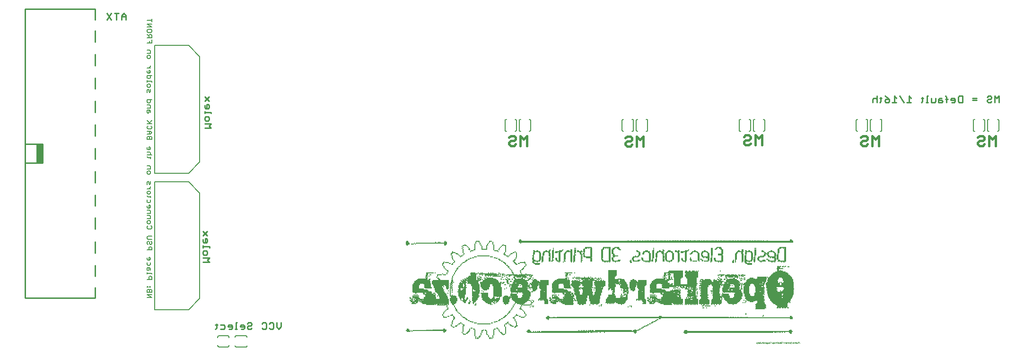
<source format=gbo>
G75*
G70*
%OFA0B0*%
%FSLAX24Y24*%
%IPPOS*%
%LPD*%
%AMOC8*
5,1,8,0,0,1.08239X$1,22.5*
%
%ADD10C,0.0080*%
%ADD11C,0.0160*%
%ADD12C,0.0110*%
%ADD13R,0.0060X0.0060*%
%ADD14R,0.0120X0.0060*%
%ADD15R,0.0240X0.0060*%
%ADD16R,0.0180X0.0060*%
%ADD17R,0.6360X0.0060*%
%ADD18R,0.4200X0.0060*%
%ADD19R,0.7680X0.0060*%
%ADD20R,0.6780X0.0060*%
%ADD21R,0.0360X0.0060*%
%ADD22R,0.0300X0.0060*%
%ADD23R,0.2640X0.0060*%
%ADD24R,0.2400X0.0060*%
%ADD25R,0.1020X0.0060*%
%ADD26R,0.0960X0.0060*%
%ADD27R,1.7400X0.0060*%
%ADD28R,1.2180X0.0060*%
%ADD29R,0.0660X0.0060*%
%ADD30R,0.0780X0.0060*%
%ADD31R,0.0720X0.0060*%
%ADD32R,0.0420X0.0060*%
%ADD33R,0.0840X0.0060*%
%ADD34R,0.0540X0.0060*%
%ADD35R,0.0600X0.0060*%
%ADD36R,0.0900X0.0060*%
%ADD37R,0.0480X0.0060*%
%ADD38R,0.1860X0.0060*%
%ADD39R,0.1140X0.0060*%
%ADD40R,0.1740X0.0060*%
%ADD41R,0.1980X0.0060*%
%ADD42R,0.1320X0.0060*%
%ADD43R,0.1440X0.0060*%
%ADD44R,0.2100X0.0060*%
%ADD45R,0.1380X0.0060*%
%ADD46R,0.1080X0.0060*%
%ADD47R,0.1500X0.0060*%
%ADD48R,0.1200X0.0060*%
%ADD49R,0.1560X0.0060*%
%ADD50R,0.1800X0.0060*%
%ADD51R,0.1260X0.0060*%
%ADD52R,0.2340X0.0060*%
%ADD53R,0.1620X0.0060*%
%ADD54R,0.1680X0.0060*%
%ADD55R,0.2160X0.0060*%
%ADD56R,0.1920X0.0060*%
%ADD57R,0.2460X0.0060*%
%ADD58R,0.2220X0.0060*%
%ADD59R,1.9320X0.0060*%
%ADD60C,0.0020*%
%ADD61C,0.0100*%
D10*
X014860Y003912D02*
X015490Y003912D01*
X015490Y003913D02*
X015506Y003918D01*
X015522Y003926D01*
X015536Y003936D01*
X015548Y003948D01*
X015558Y003963D01*
X015565Y003979D01*
X015569Y003996D01*
X015570Y004013D01*
X015568Y004031D01*
X016000Y004006D02*
X016002Y003989D01*
X016006Y003972D01*
X016013Y003956D01*
X016023Y003942D01*
X016036Y003929D01*
X016050Y003919D01*
X016066Y003912D01*
X016083Y003908D01*
X016100Y003906D01*
X016750Y003906D01*
X016767Y003908D01*
X016784Y003912D01*
X016800Y003919D01*
X016814Y003929D01*
X016827Y003942D01*
X016837Y003956D01*
X016844Y003972D01*
X016848Y003989D01*
X016850Y004006D01*
X016850Y004606D02*
X016848Y004623D01*
X016844Y004640D01*
X016837Y004656D01*
X016827Y004670D01*
X016814Y004683D01*
X016800Y004693D01*
X016784Y004700D01*
X016767Y004704D01*
X016750Y004706D01*
X016100Y004706D01*
X016083Y004704D01*
X016066Y004700D01*
X016050Y004693D01*
X016036Y004683D01*
X016023Y004670D01*
X016013Y004656D01*
X016006Y004640D01*
X016002Y004623D01*
X016000Y004606D01*
X015490Y004700D02*
X014860Y004700D01*
X014860Y004699D02*
X014844Y004694D01*
X014828Y004686D01*
X014814Y004676D01*
X014802Y004664D01*
X014792Y004649D01*
X014785Y004633D01*
X014781Y004616D01*
X014780Y004599D01*
X014782Y004581D01*
X015490Y004699D02*
X015506Y004694D01*
X015522Y004686D01*
X015536Y004676D01*
X015548Y004664D01*
X015558Y004649D01*
X015565Y004633D01*
X015569Y004616D01*
X015570Y004599D01*
X015568Y004581D01*
X014782Y004031D02*
X014780Y004013D01*
X014781Y003996D01*
X014785Y003979D01*
X014792Y003963D01*
X014802Y003948D01*
X014814Y003936D01*
X014828Y003926D01*
X014844Y003918D01*
X014860Y003913D01*
X012724Y006548D02*
X010338Y006548D01*
X010338Y015564D01*
X012724Y015564D01*
X013512Y014777D01*
X013512Y007336D01*
X012724Y006548D01*
X010135Y007393D02*
X009815Y007607D01*
X010135Y007607D01*
X010135Y007762D02*
X009815Y007762D01*
X009815Y007922D01*
X009868Y007975D01*
X009922Y007975D01*
X009975Y007922D01*
X009975Y007762D01*
X009975Y007922D02*
X010029Y007975D01*
X010082Y007975D01*
X010135Y007922D01*
X010135Y007762D01*
X010029Y008130D02*
X009975Y008130D01*
X009975Y008183D01*
X010029Y008183D01*
X010029Y008130D01*
X009868Y008130D02*
X009815Y008130D01*
X009815Y008183D01*
X009868Y008183D01*
X009868Y008130D01*
X009815Y008683D02*
X010135Y008683D01*
X010135Y008843D01*
X010082Y008896D01*
X009975Y008896D01*
X009922Y008843D01*
X009922Y008683D01*
X009815Y009051D02*
X009815Y009158D01*
X009815Y009104D02*
X010135Y009104D01*
X010135Y009051D01*
X010029Y009350D02*
X010029Y009457D01*
X009975Y009510D01*
X009815Y009510D01*
X009815Y009350D01*
X009868Y009296D01*
X009922Y009350D01*
X009922Y009510D01*
X009975Y009665D02*
X009868Y009665D01*
X009815Y009718D01*
X009815Y009878D01*
X009868Y010033D02*
X009975Y010033D01*
X010029Y010086D01*
X010029Y010193D01*
X009975Y010247D01*
X009922Y010247D01*
X009922Y010033D01*
X009868Y010033D02*
X009815Y010086D01*
X009815Y010193D01*
X010029Y009878D02*
X010029Y009718D01*
X009975Y009665D01*
X009922Y010770D02*
X009922Y010930D01*
X009975Y010983D01*
X010082Y010983D01*
X010135Y010930D01*
X010135Y010770D01*
X009815Y010770D01*
X009868Y011138D02*
X009815Y011191D01*
X009815Y011298D01*
X009868Y011352D01*
X009922Y011352D01*
X009975Y011298D01*
X009975Y011191D01*
X010029Y011138D01*
X010082Y011138D01*
X010135Y011191D01*
X010135Y011298D01*
X010082Y011352D01*
X010135Y011506D02*
X009868Y011506D01*
X009815Y011560D01*
X009815Y011666D01*
X009868Y011720D01*
X010135Y011720D01*
X010082Y012243D02*
X009868Y012243D01*
X009815Y012296D01*
X009815Y012403D01*
X009868Y012456D01*
X009868Y012611D02*
X009815Y012665D01*
X009815Y012771D01*
X009868Y012825D01*
X009975Y012825D01*
X010029Y012771D01*
X010029Y012665D01*
X009975Y012611D01*
X009868Y012611D01*
X010082Y012456D02*
X010135Y012403D01*
X010135Y012296D01*
X010082Y012243D01*
X010029Y012980D02*
X009815Y012980D01*
X009815Y013193D02*
X009975Y013193D01*
X010029Y013140D01*
X010029Y012980D01*
X010029Y013348D02*
X009815Y013348D01*
X009815Y013561D02*
X009975Y013561D01*
X010029Y013508D01*
X010029Y013348D01*
X009975Y013716D02*
X010029Y013770D01*
X010029Y013876D01*
X009975Y013930D01*
X009922Y013930D01*
X009922Y013716D01*
X009975Y013716D02*
X009868Y013716D01*
X009815Y013770D01*
X009815Y013876D01*
X009868Y014085D02*
X009815Y014138D01*
X009815Y014298D01*
X010029Y014298D02*
X010029Y014138D01*
X009975Y014085D01*
X009868Y014085D01*
X010029Y014453D02*
X010029Y014560D01*
X010082Y014506D02*
X009868Y014506D01*
X009815Y014560D01*
X009868Y014698D02*
X009815Y014752D01*
X009815Y014859D01*
X009868Y014912D01*
X009975Y014912D01*
X010029Y014859D01*
X010029Y014752D01*
X009975Y014698D01*
X009868Y014698D01*
X009815Y015067D02*
X010029Y015067D01*
X010029Y015173D02*
X010029Y015227D01*
X010029Y015173D02*
X009922Y015067D01*
X009975Y015374D02*
X010029Y015427D01*
X010029Y015587D01*
X009922Y015534D02*
X009922Y015427D01*
X009975Y015374D01*
X009815Y015374D02*
X009815Y015534D01*
X009868Y015587D01*
X009922Y015534D01*
X009975Y016110D02*
X009868Y016110D01*
X009815Y016164D01*
X009815Y016270D01*
X009868Y016324D01*
X009975Y016324D01*
X010029Y016270D01*
X010029Y016164D01*
X009975Y016110D01*
X010338Y016173D02*
X012724Y016173D01*
X013512Y016961D01*
X013512Y024402D01*
X012724Y025189D01*
X010338Y025189D01*
X010338Y016173D01*
X010029Y016479D02*
X009815Y016479D01*
X009815Y016692D02*
X009975Y016692D01*
X010029Y016639D01*
X010029Y016479D01*
X010029Y017215D02*
X010029Y017322D01*
X010082Y017269D02*
X009868Y017269D01*
X009815Y017322D01*
X009815Y017461D02*
X010135Y017461D01*
X010029Y017514D02*
X010029Y017621D01*
X009975Y017674D01*
X009815Y017674D01*
X009868Y017829D02*
X009975Y017829D01*
X010029Y017882D01*
X010029Y017989D01*
X009975Y018043D01*
X009922Y018043D01*
X009922Y017829D01*
X009868Y017829D02*
X009815Y017882D01*
X009815Y017989D01*
X010029Y017514D02*
X009975Y017461D01*
X009975Y018566D02*
X009975Y018726D01*
X009922Y018779D01*
X009868Y018779D01*
X009815Y018726D01*
X009815Y018566D01*
X010135Y018566D01*
X010135Y018726D01*
X010082Y018779D01*
X010029Y018779D01*
X009975Y018726D01*
X009975Y018934D02*
X009975Y019148D01*
X010029Y019148D02*
X009815Y019148D01*
X009868Y019302D02*
X009815Y019356D01*
X009815Y019462D01*
X009868Y019516D01*
X009815Y019671D02*
X010135Y019671D01*
X010082Y019516D02*
X010135Y019462D01*
X010135Y019356D01*
X010082Y019302D01*
X009868Y019302D01*
X010029Y019148D02*
X010135Y019041D01*
X010029Y018934D01*
X009815Y018934D01*
X009922Y019671D02*
X010135Y019884D01*
X009975Y019724D02*
X009815Y019884D01*
X009868Y020407D02*
X009922Y020461D01*
X009922Y020621D01*
X009975Y020621D02*
X009815Y020621D01*
X009815Y020461D01*
X009868Y020407D01*
X010029Y020461D02*
X010029Y020567D01*
X009975Y020621D01*
X010029Y020776D02*
X009815Y020776D01*
X009815Y020989D02*
X009975Y020989D01*
X010029Y020936D01*
X010029Y020776D01*
X009975Y021144D02*
X010029Y021197D01*
X010029Y021357D01*
X010135Y021357D02*
X009815Y021357D01*
X009815Y021197D01*
X009868Y021144D01*
X009975Y021144D01*
X009975Y021881D02*
X010029Y021934D01*
X010029Y022094D01*
X009922Y022041D02*
X009922Y021934D01*
X009975Y021881D01*
X009815Y021881D02*
X009815Y022041D01*
X009868Y022094D01*
X009922Y022041D01*
X009975Y022249D02*
X009868Y022249D01*
X009815Y022302D01*
X009815Y022409D01*
X009868Y022462D01*
X009975Y022462D01*
X010029Y022409D01*
X010029Y022302D01*
X009975Y022249D01*
X009815Y022617D02*
X009815Y022724D01*
X009815Y022671D02*
X010135Y022671D01*
X010135Y022617D01*
X009975Y022863D02*
X010029Y022916D01*
X010029Y023076D01*
X010135Y023076D02*
X009815Y023076D01*
X009815Y022916D01*
X009868Y022863D01*
X009975Y022863D01*
X009975Y023231D02*
X010029Y023284D01*
X010029Y023391D01*
X009975Y023445D01*
X009922Y023445D01*
X009922Y023231D01*
X009975Y023231D02*
X009868Y023231D01*
X009815Y023284D01*
X009815Y023391D01*
X009815Y023599D02*
X010029Y023599D01*
X010029Y023706D02*
X010029Y023759D01*
X010029Y023706D02*
X009922Y023599D01*
X009975Y024275D02*
X009868Y024275D01*
X009815Y024328D01*
X009815Y024435D01*
X009868Y024488D01*
X009975Y024488D01*
X010029Y024435D01*
X010029Y024328D01*
X009975Y024275D01*
X010029Y024643D02*
X009815Y024643D01*
X009815Y024856D02*
X009975Y024856D01*
X010029Y024803D01*
X010029Y024643D01*
X009975Y025380D02*
X009975Y025486D01*
X009815Y025380D02*
X010135Y025380D01*
X010135Y025593D01*
X010135Y025748D02*
X010135Y025908D01*
X010082Y025961D01*
X009975Y025961D01*
X009922Y025908D01*
X009922Y025748D01*
X009922Y025855D02*
X009815Y025961D01*
X009868Y026116D02*
X009815Y026170D01*
X009815Y026276D01*
X009868Y026330D01*
X010082Y026330D01*
X010135Y026276D01*
X010135Y026170D01*
X010082Y026116D01*
X009868Y026116D01*
X009815Y025748D02*
X010135Y025748D01*
X010135Y026484D02*
X009815Y026698D01*
X010135Y026698D01*
X010135Y026853D02*
X010135Y027066D01*
X010135Y026960D02*
X009815Y026960D01*
X009815Y026484D02*
X010135Y026484D01*
X035025Y019881D02*
X035025Y019231D01*
X035027Y019214D01*
X035031Y019197D01*
X035038Y019181D01*
X035048Y019167D01*
X035061Y019154D01*
X035075Y019144D01*
X035091Y019137D01*
X035108Y019133D01*
X035125Y019131D01*
X035725Y019131D02*
X035742Y019133D01*
X035759Y019137D01*
X035775Y019144D01*
X035789Y019154D01*
X035802Y019167D01*
X035812Y019181D01*
X035819Y019197D01*
X035823Y019214D01*
X035825Y019231D01*
X035825Y019881D01*
X035823Y019898D01*
X035819Y019915D01*
X035812Y019931D01*
X035802Y019945D01*
X035789Y019958D01*
X035775Y019968D01*
X035759Y019975D01*
X035742Y019979D01*
X035725Y019981D01*
X036025Y019881D02*
X036025Y019231D01*
X036027Y019214D01*
X036031Y019197D01*
X036038Y019181D01*
X036048Y019167D01*
X036061Y019154D01*
X036075Y019144D01*
X036091Y019137D01*
X036108Y019133D01*
X036125Y019131D01*
X036725Y019131D02*
X036742Y019133D01*
X036759Y019137D01*
X036775Y019144D01*
X036789Y019154D01*
X036802Y019167D01*
X036812Y019181D01*
X036819Y019197D01*
X036823Y019214D01*
X036825Y019231D01*
X036825Y019881D01*
X036823Y019898D01*
X036819Y019915D01*
X036812Y019931D01*
X036802Y019945D01*
X036789Y019958D01*
X036775Y019968D01*
X036759Y019975D01*
X036742Y019979D01*
X036725Y019981D01*
X036125Y019981D02*
X036108Y019979D01*
X036091Y019975D01*
X036075Y019968D01*
X036061Y019958D01*
X036048Y019945D01*
X036038Y019931D01*
X036031Y019915D01*
X036027Y019898D01*
X036025Y019881D01*
X035125Y019981D02*
X035108Y019979D01*
X035091Y019975D01*
X035075Y019968D01*
X035061Y019958D01*
X035048Y019945D01*
X035038Y019931D01*
X035031Y019915D01*
X035027Y019898D01*
X035025Y019881D01*
X043275Y019881D02*
X043275Y019231D01*
X043277Y019214D01*
X043281Y019197D01*
X043288Y019181D01*
X043298Y019167D01*
X043311Y019154D01*
X043325Y019144D01*
X043341Y019137D01*
X043358Y019133D01*
X043375Y019131D01*
X043975Y019131D02*
X043992Y019133D01*
X044009Y019137D01*
X044025Y019144D01*
X044039Y019154D01*
X044052Y019167D01*
X044062Y019181D01*
X044069Y019197D01*
X044073Y019214D01*
X044075Y019231D01*
X044075Y019881D01*
X044073Y019898D01*
X044069Y019915D01*
X044062Y019931D01*
X044052Y019945D01*
X044039Y019958D01*
X044025Y019968D01*
X044009Y019975D01*
X043992Y019979D01*
X043975Y019981D01*
X044275Y019881D02*
X044275Y019231D01*
X044277Y019214D01*
X044281Y019197D01*
X044288Y019181D01*
X044298Y019167D01*
X044311Y019154D01*
X044325Y019144D01*
X044341Y019137D01*
X044358Y019133D01*
X044375Y019131D01*
X044975Y019131D02*
X044992Y019133D01*
X045009Y019137D01*
X045025Y019144D01*
X045039Y019154D01*
X045052Y019167D01*
X045062Y019181D01*
X045069Y019197D01*
X045073Y019214D01*
X045075Y019231D01*
X045075Y019881D01*
X045073Y019898D01*
X045069Y019915D01*
X045062Y019931D01*
X045052Y019945D01*
X045039Y019958D01*
X045025Y019968D01*
X045009Y019975D01*
X044992Y019979D01*
X044975Y019981D01*
X044375Y019981D02*
X044358Y019979D01*
X044341Y019975D01*
X044325Y019968D01*
X044311Y019958D01*
X044298Y019945D01*
X044288Y019931D01*
X044281Y019915D01*
X044277Y019898D01*
X044275Y019881D01*
X043375Y019981D02*
X043358Y019979D01*
X043341Y019975D01*
X043325Y019968D01*
X043311Y019958D01*
X043298Y019945D01*
X043288Y019931D01*
X043281Y019915D01*
X043277Y019898D01*
X043275Y019881D01*
X051525Y019881D02*
X051525Y019231D01*
X051527Y019214D01*
X051531Y019197D01*
X051538Y019181D01*
X051548Y019167D01*
X051561Y019154D01*
X051575Y019144D01*
X051591Y019137D01*
X051608Y019133D01*
X051625Y019131D01*
X052225Y019131D02*
X052242Y019133D01*
X052259Y019137D01*
X052275Y019144D01*
X052289Y019154D01*
X052302Y019167D01*
X052312Y019181D01*
X052319Y019197D01*
X052323Y019214D01*
X052325Y019231D01*
X052325Y019881D01*
X052323Y019898D01*
X052319Y019915D01*
X052312Y019931D01*
X052302Y019945D01*
X052289Y019958D01*
X052275Y019968D01*
X052259Y019975D01*
X052242Y019979D01*
X052225Y019981D01*
X052525Y019881D02*
X052525Y019231D01*
X052527Y019214D01*
X052531Y019197D01*
X052538Y019181D01*
X052548Y019167D01*
X052561Y019154D01*
X052575Y019144D01*
X052591Y019137D01*
X052608Y019133D01*
X052625Y019131D01*
X053225Y019131D02*
X053242Y019133D01*
X053259Y019137D01*
X053275Y019144D01*
X053289Y019154D01*
X053302Y019167D01*
X053312Y019181D01*
X053319Y019197D01*
X053323Y019214D01*
X053325Y019231D01*
X053325Y019881D01*
X053323Y019898D01*
X053319Y019915D01*
X053312Y019931D01*
X053302Y019945D01*
X053289Y019958D01*
X053275Y019968D01*
X053259Y019975D01*
X053242Y019979D01*
X053225Y019981D01*
X052625Y019981D02*
X052608Y019979D01*
X052591Y019975D01*
X052575Y019968D01*
X052561Y019958D01*
X052548Y019945D01*
X052538Y019931D01*
X052531Y019915D01*
X052527Y019898D01*
X052525Y019881D01*
X051625Y019981D02*
X051608Y019979D01*
X051591Y019975D01*
X051575Y019968D01*
X051561Y019958D01*
X051548Y019945D01*
X051538Y019931D01*
X051531Y019915D01*
X051527Y019898D01*
X051525Y019881D01*
X059775Y019881D02*
X059775Y019231D01*
X059777Y019214D01*
X059781Y019197D01*
X059788Y019181D01*
X059798Y019167D01*
X059811Y019154D01*
X059825Y019144D01*
X059841Y019137D01*
X059858Y019133D01*
X059875Y019131D01*
X060475Y019131D02*
X060492Y019133D01*
X060509Y019137D01*
X060525Y019144D01*
X060539Y019154D01*
X060552Y019167D01*
X060562Y019181D01*
X060569Y019197D01*
X060573Y019214D01*
X060575Y019231D01*
X060575Y019881D01*
X060573Y019898D01*
X060569Y019915D01*
X060562Y019931D01*
X060552Y019945D01*
X060539Y019958D01*
X060525Y019968D01*
X060509Y019975D01*
X060492Y019979D01*
X060475Y019981D01*
X060775Y019881D02*
X060775Y019231D01*
X060777Y019214D01*
X060781Y019197D01*
X060788Y019181D01*
X060798Y019167D01*
X060811Y019154D01*
X060825Y019144D01*
X060841Y019137D01*
X060858Y019133D01*
X060875Y019131D01*
X061475Y019131D02*
X061492Y019133D01*
X061509Y019137D01*
X061525Y019144D01*
X061539Y019154D01*
X061552Y019167D01*
X061562Y019181D01*
X061569Y019197D01*
X061573Y019214D01*
X061575Y019231D01*
X061575Y019881D01*
X061573Y019898D01*
X061569Y019915D01*
X061562Y019931D01*
X061552Y019945D01*
X061539Y019958D01*
X061525Y019968D01*
X061509Y019975D01*
X061492Y019979D01*
X061475Y019981D01*
X060875Y019981D02*
X060858Y019979D01*
X060841Y019975D01*
X060825Y019968D01*
X060811Y019958D01*
X060798Y019945D01*
X060788Y019931D01*
X060781Y019915D01*
X060777Y019898D01*
X060775Y019881D01*
X059875Y019981D02*
X059858Y019979D01*
X059841Y019975D01*
X059825Y019968D01*
X059811Y019958D01*
X059798Y019945D01*
X059788Y019931D01*
X059781Y019915D01*
X059777Y019898D01*
X059775Y019881D01*
X068025Y019881D02*
X068025Y019231D01*
X068027Y019214D01*
X068031Y019197D01*
X068038Y019181D01*
X068048Y019167D01*
X068061Y019154D01*
X068075Y019144D01*
X068091Y019137D01*
X068108Y019133D01*
X068125Y019131D01*
X068725Y019131D02*
X068742Y019133D01*
X068759Y019137D01*
X068775Y019144D01*
X068789Y019154D01*
X068802Y019167D01*
X068812Y019181D01*
X068819Y019197D01*
X068823Y019214D01*
X068825Y019231D01*
X068825Y019881D01*
X068823Y019898D01*
X068819Y019915D01*
X068812Y019931D01*
X068802Y019945D01*
X068789Y019958D01*
X068775Y019968D01*
X068759Y019975D01*
X068742Y019979D01*
X068725Y019981D01*
X069025Y019881D02*
X069025Y019231D01*
X069027Y019214D01*
X069031Y019197D01*
X069038Y019181D01*
X069048Y019167D01*
X069061Y019154D01*
X069075Y019144D01*
X069091Y019137D01*
X069108Y019133D01*
X069125Y019131D01*
X069725Y019131D02*
X069742Y019133D01*
X069759Y019137D01*
X069775Y019144D01*
X069789Y019154D01*
X069802Y019167D01*
X069812Y019181D01*
X069819Y019197D01*
X069823Y019214D01*
X069825Y019231D01*
X069825Y019881D01*
X069823Y019898D01*
X069819Y019915D01*
X069812Y019931D01*
X069802Y019945D01*
X069789Y019958D01*
X069775Y019968D01*
X069759Y019975D01*
X069742Y019979D01*
X069725Y019981D01*
X069125Y019981D02*
X069108Y019979D01*
X069091Y019975D01*
X069075Y019968D01*
X069061Y019958D01*
X069048Y019945D01*
X069038Y019931D01*
X069031Y019915D01*
X069027Y019898D01*
X069025Y019881D01*
X068125Y019981D02*
X068108Y019979D01*
X068091Y019975D01*
X068075Y019968D01*
X068061Y019958D01*
X068048Y019945D01*
X068038Y019931D01*
X068031Y019915D01*
X068027Y019898D01*
X068025Y019881D01*
X010135Y007393D02*
X009815Y007393D01*
D11*
X035306Y018233D02*
X035423Y018116D01*
X035656Y018116D01*
X035773Y018233D01*
X035656Y018466D02*
X035423Y018466D01*
X035306Y018350D01*
X035306Y018233D01*
X035656Y018466D02*
X035773Y018583D01*
X035773Y018700D01*
X035656Y018817D01*
X035423Y018817D01*
X035306Y018700D01*
X036098Y018817D02*
X036098Y018116D01*
X036565Y018116D02*
X036565Y018817D01*
X036331Y018583D01*
X036098Y018817D01*
X043506Y018660D02*
X043623Y018777D01*
X043856Y018777D01*
X043973Y018660D01*
X043973Y018543D01*
X043856Y018426D01*
X043623Y018426D01*
X043506Y018310D01*
X043506Y018193D01*
X043623Y018076D01*
X043856Y018076D01*
X043973Y018193D01*
X044298Y018076D02*
X044298Y018777D01*
X044531Y018543D01*
X044765Y018777D01*
X044765Y018076D01*
X051866Y018273D02*
X051983Y018156D01*
X052216Y018156D01*
X052333Y018273D01*
X052216Y018506D02*
X051983Y018506D01*
X051866Y018390D01*
X051866Y018273D01*
X052216Y018506D02*
X052333Y018623D01*
X052333Y018740D01*
X052216Y018857D01*
X051983Y018857D01*
X051866Y018740D01*
X052658Y018857D02*
X052891Y018623D01*
X053125Y018857D01*
X053125Y018156D01*
X052658Y018156D02*
X052658Y018857D01*
X060106Y018700D02*
X060223Y018817D01*
X060456Y018817D01*
X060573Y018700D01*
X060573Y018583D01*
X060456Y018466D01*
X060223Y018466D01*
X060106Y018350D01*
X060106Y018233D01*
X060223Y018116D01*
X060456Y018116D01*
X060573Y018233D01*
X060898Y018116D02*
X060898Y018817D01*
X061131Y018583D01*
X061365Y018817D01*
X061365Y018116D01*
X068346Y018233D02*
X068463Y018116D01*
X068696Y018116D01*
X068813Y018233D01*
X068696Y018466D02*
X068463Y018466D01*
X068346Y018350D01*
X068346Y018233D01*
X068696Y018466D02*
X068813Y018583D01*
X068813Y018700D01*
X068696Y018817D01*
X068463Y018817D01*
X068346Y018700D01*
X069138Y018817D02*
X069138Y018116D01*
X069605Y018116D02*
X069605Y018817D01*
X069371Y018583D01*
X069138Y018817D01*
D12*
X014686Y005246D02*
X014611Y005171D01*
X014686Y005246D02*
X014686Y005546D01*
X014761Y005471D02*
X014611Y005471D01*
X014977Y005471D02*
X015202Y005471D01*
X015277Y005396D01*
X015277Y005246D01*
X015202Y005171D01*
X014977Y005171D01*
X015492Y005321D02*
X015492Y005396D01*
X015567Y005471D01*
X015717Y005471D01*
X015792Y005396D01*
X015792Y005246D01*
X015717Y005171D01*
X015567Y005171D01*
X015492Y005321D02*
X015792Y005321D01*
X015986Y005171D02*
X016136Y005171D01*
X016061Y005171D02*
X016061Y005621D01*
X016136Y005621D01*
X016352Y005396D02*
X016352Y005321D01*
X016652Y005321D01*
X016652Y005246D02*
X016652Y005396D01*
X016577Y005471D01*
X016427Y005471D01*
X016352Y005396D01*
X016427Y005171D02*
X016577Y005171D01*
X016652Y005246D01*
X016867Y005246D02*
X016942Y005171D01*
X017092Y005171D01*
X017167Y005246D01*
X017092Y005396D02*
X016942Y005396D01*
X016867Y005321D01*
X016867Y005246D01*
X017092Y005396D02*
X017167Y005471D01*
X017167Y005546D01*
X017092Y005621D01*
X016942Y005621D01*
X016867Y005546D01*
X017898Y005546D02*
X017974Y005621D01*
X018124Y005621D01*
X018199Y005546D01*
X018199Y005246D01*
X018124Y005171D01*
X017974Y005171D01*
X017898Y005246D01*
X018414Y005246D02*
X018489Y005171D01*
X018639Y005171D01*
X018714Y005246D01*
X018714Y005546D01*
X018639Y005621D01*
X018489Y005621D01*
X018414Y005546D01*
X018930Y005621D02*
X018930Y005321D01*
X019080Y005171D01*
X019230Y005321D01*
X019230Y005621D01*
X014190Y009885D02*
X013740Y009885D01*
X013740Y010185D02*
X014190Y010185D01*
X014040Y010035D01*
X014190Y009885D01*
X013965Y010400D02*
X013815Y010400D01*
X013740Y010475D01*
X013740Y010626D01*
X013815Y010701D01*
X013965Y010701D01*
X014040Y010626D01*
X014040Y010475D01*
X013965Y010400D01*
X013740Y010916D02*
X013740Y011066D01*
X013740Y010991D02*
X014190Y010991D01*
X014190Y010916D01*
X013965Y011260D02*
X013815Y011260D01*
X013740Y011335D01*
X013740Y011485D01*
X013890Y011560D02*
X013890Y011260D01*
X013965Y011260D02*
X014040Y011335D01*
X014040Y011485D01*
X013965Y011560D01*
X013890Y011560D01*
X013740Y011775D02*
X014040Y012076D01*
X013740Y012076D02*
X014040Y011775D01*
X013860Y019365D02*
X014310Y019365D01*
X014160Y019515D01*
X014310Y019665D01*
X013860Y019665D01*
X013935Y019880D02*
X013860Y019955D01*
X013860Y020106D01*
X013935Y020181D01*
X014085Y020181D01*
X014160Y020106D01*
X014160Y019955D01*
X014085Y019880D01*
X013935Y019880D01*
X013860Y020396D02*
X013860Y020546D01*
X013860Y020471D02*
X014310Y020471D01*
X014310Y020396D01*
X014085Y020740D02*
X014160Y020815D01*
X014160Y020965D01*
X014085Y021040D01*
X014010Y021040D01*
X014010Y020740D01*
X013935Y020740D02*
X014085Y020740D01*
X013935Y020740D02*
X013860Y020815D01*
X013860Y020965D01*
X013860Y021255D02*
X014160Y021556D01*
X013860Y021556D02*
X014160Y021255D01*
X008310Y027011D02*
X008310Y027311D01*
X008160Y027461D01*
X008010Y027311D01*
X008010Y027011D01*
X008010Y027236D02*
X008310Y027236D01*
X007794Y027461D02*
X007494Y027461D01*
X007644Y027461D02*
X007644Y027011D01*
X007279Y027011D02*
X006978Y027461D01*
X007279Y027461D02*
X006978Y027011D01*
X060936Y021396D02*
X060936Y021171D01*
X060936Y021396D02*
X061011Y021471D01*
X061161Y021471D01*
X061236Y021396D01*
X061430Y021471D02*
X061580Y021471D01*
X061505Y021546D02*
X061505Y021246D01*
X061430Y021171D01*
X061236Y021171D02*
X061236Y021621D01*
X061795Y021621D02*
X061945Y021546D01*
X062095Y021396D01*
X061870Y021396D01*
X061795Y021321D01*
X061795Y021246D01*
X061870Y021171D01*
X062020Y021171D01*
X062095Y021246D01*
X062095Y021396D01*
X062311Y021171D02*
X062611Y021171D01*
X062461Y021171D02*
X062461Y021621D01*
X062611Y021471D01*
X062826Y021621D02*
X063127Y021171D01*
X063342Y021171D02*
X063642Y021171D01*
X063492Y021171D02*
X063492Y021621D01*
X063642Y021471D01*
X064352Y021471D02*
X064502Y021471D01*
X064427Y021546D02*
X064427Y021246D01*
X064352Y021171D01*
X064695Y021171D02*
X064845Y021171D01*
X064770Y021171D02*
X064770Y021621D01*
X064845Y021621D01*
X065061Y021471D02*
X065061Y021171D01*
X065286Y021171D01*
X065361Y021246D01*
X065361Y021471D01*
X065577Y021396D02*
X065577Y021171D01*
X065802Y021171D01*
X065877Y021246D01*
X065802Y021321D01*
X065577Y021321D01*
X065577Y021396D02*
X065652Y021471D01*
X065802Y021471D01*
X066070Y021396D02*
X066221Y021396D01*
X066145Y021546D02*
X066070Y021621D01*
X066145Y021546D02*
X066145Y021171D01*
X066436Y021321D02*
X066736Y021321D01*
X066736Y021246D02*
X066736Y021396D01*
X066661Y021471D01*
X066511Y021471D01*
X066436Y021396D01*
X066436Y021321D01*
X066511Y021171D02*
X066661Y021171D01*
X066736Y021246D01*
X066952Y021246D02*
X066952Y021546D01*
X067027Y021621D01*
X067252Y021621D01*
X067252Y021171D01*
X067027Y021171D01*
X066952Y021246D01*
X067983Y021321D02*
X068283Y021321D01*
X068283Y021471D02*
X067983Y021471D01*
X069014Y021546D02*
X069089Y021621D01*
X069239Y021621D01*
X069314Y021546D01*
X069314Y021471D01*
X069239Y021396D01*
X069089Y021396D01*
X069014Y021321D01*
X069014Y021246D01*
X069089Y021171D01*
X069239Y021171D01*
X069314Y021246D01*
X069530Y021171D02*
X069530Y021621D01*
X069680Y021471D01*
X069830Y021621D01*
X069830Y021171D01*
D13*
X053485Y011416D03*
X053245Y011416D03*
X053065Y011416D03*
X052945Y011416D03*
X052825Y011416D03*
X052705Y011416D03*
X052585Y011416D03*
X052465Y011416D03*
X052345Y011416D03*
X052225Y011416D03*
X052105Y011416D03*
X051985Y011416D03*
X051865Y011416D03*
X051745Y011416D03*
X051625Y011416D03*
X051505Y011416D03*
X051385Y011416D03*
X051265Y011416D03*
X051145Y011416D03*
X051025Y011416D03*
X050905Y011416D03*
X050785Y011416D03*
X050665Y011416D03*
X050545Y011416D03*
X050425Y011416D03*
X050305Y011416D03*
X050185Y011416D03*
X050065Y011416D03*
X049945Y011416D03*
X049825Y011416D03*
X049705Y011416D03*
X049585Y011416D03*
X049465Y011416D03*
X049345Y011416D03*
X049225Y011416D03*
X049105Y011416D03*
X048985Y011416D03*
X048865Y011416D03*
X048565Y011416D03*
X048265Y011416D03*
X047965Y010756D03*
X048865Y010456D03*
X049045Y010216D03*
X048925Y009976D03*
X048685Y009976D03*
X048145Y009976D03*
X048085Y010156D03*
X048085Y010216D03*
X047725Y009916D03*
X047485Y010156D03*
X047245Y009916D03*
X046585Y009916D03*
X046165Y010156D03*
X046165Y010396D03*
X045685Y010216D03*
X045685Y010156D03*
X045445Y010156D03*
X045445Y010096D03*
X045625Y009916D03*
X045205Y009916D03*
X045085Y009916D03*
X044965Y009916D03*
X044665Y010216D03*
X044245Y010336D03*
X043885Y010036D03*
X042805Y009916D03*
X042385Y009916D03*
X042265Y009916D03*
X042145Y009916D03*
X042025Y009916D03*
X041845Y010156D03*
X042145Y010876D03*
X042265Y010876D03*
X040945Y010876D03*
X040585Y010576D03*
X040585Y010396D03*
X040405Y010336D03*
X040405Y010216D03*
X040405Y010096D03*
X040405Y009976D03*
X040405Y009916D03*
X039865Y009916D03*
X039685Y009916D03*
X039205Y010036D03*
X039145Y009916D03*
X038845Y009916D03*
X038365Y010096D03*
X038365Y010156D03*
X038185Y010276D03*
X037705Y010336D03*
X037645Y009916D03*
X037285Y009916D03*
X037045Y010276D03*
X037045Y010396D03*
X036385Y009916D03*
X036445Y009796D03*
X036505Y009736D03*
X036505Y009676D03*
X036445Y009616D03*
X036385Y009556D03*
X036325Y009496D03*
X036145Y009316D03*
X036085Y009256D03*
X036145Y009196D03*
X036145Y009136D03*
X036205Y009076D03*
X036505Y009076D03*
X036745Y008956D03*
X036865Y008836D03*
X036985Y008776D03*
X036925Y008656D03*
X036805Y008416D03*
X036745Y008296D03*
X036745Y008056D03*
X036805Y007996D03*
X036145Y007756D03*
X036025Y007756D03*
X035905Y007696D03*
X035725Y007756D03*
X035605Y007756D03*
X035485Y007756D03*
X035485Y007696D03*
X035365Y007456D03*
X035005Y007996D03*
X035125Y008056D03*
X035365Y008176D03*
X035365Y008236D03*
X035245Y008356D03*
X035185Y008416D03*
X035305Y008416D03*
X035545Y008656D03*
X035545Y008716D03*
X035185Y008776D03*
X035125Y008836D03*
X035065Y008716D03*
X034945Y008656D03*
X035005Y008896D03*
X035005Y009016D03*
X034945Y009076D03*
X034825Y009076D03*
X034705Y009076D03*
X034705Y009016D03*
X034585Y009076D03*
X034585Y009136D03*
X034165Y009136D03*
X034045Y009136D03*
X033865Y009136D03*
X033865Y008896D03*
X033985Y008896D03*
X033745Y008836D03*
X033625Y008896D03*
X033445Y008956D03*
X033385Y009016D03*
X033265Y009016D03*
X033205Y008896D03*
X033205Y008776D03*
X033325Y008776D03*
X033445Y008656D03*
X033145Y008656D03*
X033085Y008776D03*
X033085Y008836D03*
X033145Y009136D03*
X033325Y009136D03*
X033445Y009136D03*
X032065Y008656D03*
X031945Y008596D03*
X031885Y008476D03*
X031405Y008476D03*
X031285Y008356D03*
X031285Y008236D03*
X031285Y008116D03*
X031285Y007996D03*
X031285Y007936D03*
X031285Y007876D03*
X031285Y007756D03*
X031165Y007756D03*
X031165Y007696D03*
X031165Y007636D03*
X031165Y007576D03*
X031285Y007576D03*
X031165Y007816D03*
X031165Y007876D03*
X031165Y007936D03*
X031165Y007996D03*
X031165Y008116D03*
X031165Y008236D03*
X031165Y008356D03*
X031285Y008656D03*
X031285Y008716D03*
X031285Y008776D03*
X031345Y008836D03*
X031345Y008896D03*
X031405Y008956D03*
X031405Y009016D03*
X031465Y009076D03*
X031465Y009136D03*
X031525Y009196D03*
X031525Y009256D03*
X031585Y009316D03*
X031645Y009376D03*
X031705Y009496D03*
X031765Y009556D03*
X031825Y009616D03*
X031885Y009676D03*
X031945Y009736D03*
X032005Y009796D03*
X032185Y009916D03*
X031885Y010276D03*
X031825Y010336D03*
X031765Y010396D03*
X032065Y010396D03*
X032125Y010456D03*
X032125Y010516D03*
X032065Y010576D03*
X032065Y010636D03*
X032065Y010696D03*
X032065Y010756D03*
X032065Y010816D03*
X032005Y010876D03*
X032065Y010936D03*
X032005Y010996D03*
X032365Y010996D03*
X032425Y010936D03*
X032485Y010876D03*
X032545Y010756D03*
X032605Y010636D03*
X032905Y010816D03*
X032905Y010876D03*
X032905Y010936D03*
X032905Y010996D03*
X032905Y011056D03*
X032905Y011116D03*
X032905Y011176D03*
X032965Y011236D03*
X032965Y011296D03*
X033205Y011296D03*
X033265Y011236D03*
X033265Y011176D03*
X033325Y011116D03*
X033325Y011056D03*
X033385Y010996D03*
X033385Y010936D03*
X033385Y010876D03*
X033745Y010876D03*
X033745Y010936D03*
X033745Y010996D03*
X033745Y011056D03*
X033805Y011116D03*
X033805Y011176D03*
X033865Y011236D03*
X033925Y011296D03*
X034165Y011296D03*
X034165Y011236D03*
X034165Y011176D03*
X034225Y011116D03*
X034225Y011056D03*
X034225Y010996D03*
X034225Y010936D03*
X034225Y010876D03*
X034225Y010816D03*
X034225Y010756D03*
X034525Y010636D03*
X034585Y010756D03*
X034585Y010816D03*
X034645Y010876D03*
X034705Y010936D03*
X034765Y010996D03*
X034825Y011056D03*
X035065Y010996D03*
X035065Y010936D03*
X035065Y010876D03*
X035065Y010816D03*
X035065Y010756D03*
X035065Y010696D03*
X035065Y010636D03*
X035005Y010576D03*
X035005Y010516D03*
X035245Y010276D03*
X035305Y010336D03*
X035365Y010396D03*
X035425Y010456D03*
X035725Y010636D03*
X035785Y010576D03*
X035845Y010516D03*
X035845Y010456D03*
X035845Y010396D03*
X035845Y010336D03*
X035845Y010276D03*
X035785Y010216D03*
X035785Y010156D03*
X035725Y010096D03*
X035665Y009916D03*
X035245Y009616D03*
X035305Y009496D03*
X035365Y009436D03*
X035425Y009376D03*
X035485Y009316D03*
X035485Y009256D03*
X035545Y009196D03*
X035605Y009076D03*
X036445Y008776D03*
X036625Y008776D03*
X036085Y008236D03*
X034225Y007456D03*
X034645Y007396D03*
X034405Y007036D03*
X034285Y006976D03*
X034285Y007096D03*
X034105Y006916D03*
X033985Y006916D03*
X035065Y006916D03*
X035485Y006616D03*
X035485Y006556D03*
X035425Y006496D03*
X035365Y006436D03*
X035305Y006316D03*
X035245Y006256D03*
X035185Y006196D03*
X034885Y005956D03*
X035245Y005656D03*
X035305Y005536D03*
X035005Y005476D03*
X035005Y005416D03*
X035005Y005356D03*
X035065Y005296D03*
X035065Y005236D03*
X035065Y005176D03*
X035065Y005116D03*
X035065Y005056D03*
X035065Y004996D03*
X035065Y004936D03*
X035065Y004876D03*
X034885Y004756D03*
X034825Y004816D03*
X034645Y004996D03*
X034585Y005056D03*
X034585Y005116D03*
X034525Y005176D03*
X034225Y005116D03*
X034225Y005056D03*
X034225Y004996D03*
X034225Y004936D03*
X034225Y004876D03*
X034225Y004816D03*
X034225Y004756D03*
X034165Y004696D03*
X034165Y004636D03*
X034165Y004576D03*
X034105Y004516D03*
X034045Y004576D03*
X033925Y004576D03*
X033865Y004636D03*
X033865Y004696D03*
X033805Y004756D03*
X033745Y004816D03*
X033745Y004876D03*
X033745Y004936D03*
X033745Y004996D03*
X033625Y005116D03*
X033505Y005116D03*
X033385Y004996D03*
X033385Y004936D03*
X033325Y004876D03*
X033325Y004816D03*
X033325Y004756D03*
X033265Y004696D03*
X033205Y004576D03*
X033085Y004576D03*
X032965Y004576D03*
X032965Y004516D03*
X032965Y004636D03*
X032905Y004696D03*
X032905Y004756D03*
X032905Y004816D03*
X032905Y004876D03*
X032905Y004936D03*
X032905Y004996D03*
X032905Y005056D03*
X032905Y005116D03*
X032545Y005116D03*
X032545Y005176D03*
X032485Y005056D03*
X032065Y005056D03*
X032065Y004996D03*
X032005Y004936D03*
X032065Y004876D03*
X032065Y005116D03*
X032065Y005176D03*
X032065Y005236D03*
X032065Y005296D03*
X032065Y005356D03*
X032125Y005416D03*
X032005Y005536D03*
X031705Y005476D03*
X031285Y005536D03*
X031285Y005596D03*
X031285Y005656D03*
X031345Y005716D03*
X031345Y005776D03*
X031405Y005836D03*
X031465Y005956D03*
X031405Y006076D03*
X031285Y006196D03*
X031645Y006436D03*
X031705Y006376D03*
X031765Y006316D03*
X031825Y006256D03*
X031885Y006196D03*
X031945Y006136D03*
X032005Y006076D03*
X030865Y006496D03*
X030805Y006436D03*
X030745Y006376D03*
X030685Y006316D03*
X030685Y006256D03*
X030625Y006196D03*
X030625Y006136D03*
X030685Y006076D03*
X030985Y006616D03*
X030985Y006676D03*
X030925Y006736D03*
X030925Y006796D03*
X030925Y006856D03*
X031045Y006916D03*
X031405Y006856D03*
X031465Y006796D03*
X031465Y006736D03*
X031525Y006676D03*
X031525Y006616D03*
X031585Y006556D03*
X032785Y006976D03*
X032965Y006976D03*
X032965Y006916D03*
X032545Y007216D03*
X032365Y007396D03*
X031945Y007216D03*
X031885Y007276D03*
X030985Y007696D03*
X031045Y007876D03*
X030685Y008176D03*
X030265Y007516D03*
X030085Y007636D03*
X030145Y006916D03*
X030505Y006916D03*
X030625Y006916D03*
X028945Y007516D03*
X028645Y007276D03*
X028525Y007216D03*
X028525Y007336D03*
X028525Y007516D03*
X028345Y007396D03*
X029425Y008836D03*
X029545Y008836D03*
X029665Y008896D03*
X029725Y008716D03*
X030205Y008836D03*
X030265Y008896D03*
X030265Y008956D03*
X030085Y009136D03*
X030625Y009076D03*
X030925Y009076D03*
X030925Y009136D03*
X030985Y009196D03*
X030985Y009256D03*
X030865Y009376D03*
X030805Y009436D03*
X030745Y009496D03*
X030745Y009556D03*
X030685Y009616D03*
X030625Y009676D03*
X030625Y009736D03*
X030685Y009856D03*
X030745Y009916D03*
X031345Y009796D03*
X031405Y009856D03*
X031465Y009916D03*
X031465Y009976D03*
X031405Y010036D03*
X031345Y010096D03*
X031345Y010156D03*
X031285Y010216D03*
X031285Y010276D03*
X031285Y010336D03*
X031225Y010396D03*
X031225Y010456D03*
X031345Y010636D03*
X030445Y011296D03*
X030325Y011296D03*
X030145Y011296D03*
X030805Y011356D03*
X028705Y011176D03*
X028645Y011236D03*
X034885Y009916D03*
X035065Y009736D03*
X038185Y010756D03*
X038425Y010756D03*
X038425Y010876D03*
X039085Y010756D03*
X039925Y010516D03*
X039925Y010456D03*
X040405Y010696D03*
X043705Y011416D03*
X043945Y011416D03*
X044185Y011416D03*
X044365Y011416D03*
X044545Y011416D03*
X044725Y011416D03*
X044905Y011416D03*
X045025Y011416D03*
X045145Y011416D03*
X045265Y011416D03*
X045385Y011416D03*
X045505Y011416D03*
X045625Y011416D03*
X045745Y011416D03*
X045865Y011416D03*
X045985Y011416D03*
X046105Y011416D03*
X046225Y011416D03*
X046345Y011416D03*
X046465Y011416D03*
X046585Y011416D03*
X046705Y011416D03*
X046165Y010756D03*
X045505Y010756D03*
X045505Y010876D03*
X048505Y009256D03*
X048625Y009256D03*
X049525Y009916D03*
X049585Y010216D03*
X049585Y010276D03*
X049585Y010336D03*
X050065Y009916D03*
X050185Y009916D03*
X050305Y009916D03*
X051145Y010036D03*
X051265Y010036D03*
X051265Y009976D03*
X051265Y009916D03*
X051745Y009916D03*
X052225Y009916D03*
X052585Y009916D03*
X052645Y010156D03*
X052645Y010276D03*
X052645Y010336D03*
X053065Y010336D03*
X053065Y009916D03*
X053785Y009916D03*
X053905Y009916D03*
X054025Y009916D03*
X054265Y009616D03*
X054445Y009616D03*
X054625Y009616D03*
X054745Y009556D03*
X054805Y009616D03*
X054745Y009916D03*
X054625Y009916D03*
X054505Y009916D03*
X053725Y010216D03*
X054265Y010456D03*
X054265Y010516D03*
X054625Y010876D03*
X051985Y010456D03*
X051985Y010396D03*
X050185Y009256D03*
X051265Y009016D03*
X051505Y009016D03*
X051565Y008896D03*
X051565Y008776D03*
X051625Y008716D03*
X051685Y008776D03*
X051745Y008716D03*
X051745Y008416D03*
X051745Y008356D03*
X051685Y008296D03*
X051685Y008236D03*
X051685Y008176D03*
X051685Y008116D03*
X051685Y008056D03*
X051025Y008236D03*
X051025Y007756D03*
X050905Y007756D03*
X050785Y007756D03*
X050665Y007756D03*
X050365Y007696D03*
X050305Y007336D03*
X050305Y007276D03*
X050125Y006916D03*
X049945Y006916D03*
X049825Y006796D03*
X049765Y006916D03*
X049585Y006916D03*
X049345Y006916D03*
X049225Y006916D03*
X049105Y006916D03*
X049045Y006856D03*
X048985Y006916D03*
X048865Y006916D03*
X048565Y006916D03*
X048445Y006916D03*
X048325Y006916D03*
X048205Y006916D03*
X048085Y006916D03*
X047965Y006916D03*
X047845Y006916D03*
X047725Y006916D03*
X047485Y006916D03*
X047365Y006916D03*
X047245Y006916D03*
X047125Y006916D03*
X047005Y006916D03*
X047845Y007336D03*
X047845Y007396D03*
X047905Y007456D03*
X047965Y007396D03*
X048085Y007396D03*
X048565Y007636D03*
X048565Y007696D03*
X048565Y007756D03*
X048565Y007816D03*
X048565Y007996D03*
X048145Y008056D03*
X047965Y008116D03*
X047545Y008056D03*
X047365Y007936D03*
X047305Y007996D03*
X047185Y008056D03*
X047125Y008116D03*
X047245Y008176D03*
X046825Y007936D03*
X045685Y007516D03*
X045385Y007276D03*
X045265Y007216D03*
X045265Y007336D03*
X045085Y007396D03*
X044545Y007216D03*
X044425Y007216D03*
X044305Y007216D03*
X043645Y007636D03*
X043705Y007816D03*
X043405Y007696D03*
X043225Y007636D03*
X043225Y007576D03*
X043165Y007516D03*
X043225Y007456D03*
X043225Y007936D03*
X043105Y008296D03*
X042325Y007936D03*
X041905Y008116D03*
X041965Y008596D03*
X041785Y008716D03*
X041725Y008776D03*
X041605Y008776D03*
X041665Y008656D03*
X041605Y008596D03*
X041545Y008656D03*
X041485Y008716D03*
X041065Y008836D03*
X040885Y008836D03*
X040645Y008836D03*
X040225Y008836D03*
X040225Y008716D03*
X040225Y008656D03*
X040285Y008596D03*
X040105Y008596D03*
X040105Y008716D03*
X040105Y008836D03*
X039925Y008836D03*
X039805Y008596D03*
X039505Y008656D03*
X039505Y008776D03*
X039385Y008836D03*
X039925Y009136D03*
X040345Y008116D03*
X041305Y007936D03*
X039925Y007276D03*
X039985Y007156D03*
X038785Y007576D03*
X038545Y007696D03*
X038365Y007516D03*
X038365Y007456D03*
X038185Y007396D03*
X037645Y007216D03*
X037525Y007216D03*
X037405Y007216D03*
X037045Y007156D03*
X037045Y007096D03*
X036925Y007216D03*
X036865Y007096D03*
X036805Y007156D03*
X036865Y006976D03*
X036865Y006916D03*
X036925Y006796D03*
X036985Y006736D03*
X037045Y006796D03*
X036805Y006736D03*
X036385Y006376D03*
X036385Y006316D03*
X036445Y006256D03*
X036505Y006196D03*
X036505Y006136D03*
X036445Y006076D03*
X036325Y006436D03*
X036265Y006496D03*
X036145Y006676D03*
X036145Y006736D03*
X036205Y006796D03*
X036205Y006856D03*
X036085Y006916D03*
X035725Y006976D03*
X035665Y006916D03*
X035665Y006856D03*
X035605Y006796D03*
X035605Y006736D03*
X035545Y006676D03*
X035845Y006196D03*
X035725Y006076D03*
X035665Y006016D03*
X035665Y005896D03*
X035725Y005836D03*
X035725Y005776D03*
X035785Y005716D03*
X035785Y005656D03*
X035845Y005596D03*
X035845Y005536D03*
X035845Y005476D03*
X037045Y004996D03*
X037165Y004996D03*
X037285Y004996D03*
X038065Y005836D03*
X038425Y006016D03*
X038545Y006016D03*
X040225Y005056D03*
X040405Y005056D03*
X040525Y005056D03*
X040645Y005056D03*
X040765Y005056D03*
X040885Y005056D03*
X041245Y004936D03*
X041365Y004936D03*
X041485Y004936D03*
X041725Y004936D03*
X042025Y004936D03*
X044185Y004876D03*
X043945Y006736D03*
X043945Y006796D03*
X043825Y006796D03*
X043705Y006736D03*
X043225Y006916D03*
X042625Y006976D03*
X042505Y006976D03*
X042385Y006976D03*
X042265Y006976D03*
X041845Y006916D03*
X041785Y006856D03*
X041785Y006796D03*
X041665Y006796D03*
X041485Y006916D03*
X041245Y006916D03*
X041005Y006856D03*
X046165Y008836D03*
X046285Y008836D03*
X046405Y008776D03*
X046405Y008956D03*
X046585Y008956D03*
X046765Y008836D03*
X046765Y008776D03*
X046765Y008716D03*
X046825Y008656D03*
X048805Y008596D03*
X049765Y008656D03*
X050005Y008716D03*
X050125Y008776D03*
X050065Y008836D03*
X050485Y008716D03*
X050605Y008836D03*
X051385Y008776D03*
X050305Y008236D03*
X049585Y007816D03*
X049585Y007696D03*
X051085Y006916D03*
X051805Y007036D03*
X051925Y007036D03*
X051985Y007096D03*
X051985Y007156D03*
X051865Y007216D03*
X051985Y006256D03*
X051985Y006196D03*
X051985Y006016D03*
X051865Y006016D03*
X051745Y006016D03*
X051625Y006016D03*
X051505Y006016D03*
X051385Y006016D03*
X051265Y006016D03*
X052105Y006016D03*
X053185Y006076D03*
X053245Y006136D03*
X055105Y007036D03*
X054445Y007876D03*
X053245Y008176D03*
X053065Y008356D03*
X053545Y008836D03*
X054385Y008476D03*
X054505Y008476D03*
X054445Y009316D03*
X049225Y006676D03*
X054205Y004936D03*
X054325Y004936D03*
X054445Y004936D03*
X054565Y004936D03*
X054745Y004936D03*
X055165Y005116D03*
X036145Y011236D03*
X033505Y007816D03*
X033385Y007876D03*
X032725Y007876D03*
X032725Y007936D03*
X031225Y005476D03*
X031225Y005416D03*
X031285Y005356D03*
X030745Y004936D03*
X029785Y005116D03*
X029665Y005116D03*
X029545Y005116D03*
X028465Y004996D03*
X028405Y005056D03*
D14*
X031435Y005896D03*
X031435Y006016D03*
X031615Y006496D03*
X030955Y006556D03*
X031375Y006916D03*
X032095Y007336D03*
X032335Y007276D03*
X032515Y007036D03*
X032515Y006976D03*
X032575Y007096D03*
X032815Y007036D03*
X032935Y006856D03*
X034495Y007456D03*
X034675Y007456D03*
X035875Y007756D03*
X035035Y008296D03*
X034855Y008416D03*
X034735Y008476D03*
X035215Y008476D03*
X035335Y008656D03*
X035335Y008896D03*
X035575Y009136D03*
X035695Y008776D03*
X035755Y008716D03*
X036235Y008776D03*
X036595Y008956D03*
X036775Y008716D03*
X036715Y008656D03*
X036235Y009376D03*
X036295Y009436D03*
X035995Y009796D03*
X035755Y009796D03*
X035695Y009856D03*
X035635Y009976D03*
X035695Y010036D03*
X035155Y010336D03*
X035035Y010396D03*
X034975Y010456D03*
X035515Y010516D03*
X035635Y010576D03*
X035035Y011056D03*
X034915Y011116D03*
X036115Y011476D03*
X037075Y010696D03*
X037075Y010576D03*
X037075Y010516D03*
X037075Y010456D03*
X037015Y010336D03*
X037015Y010216D03*
X037015Y010156D03*
X037015Y010096D03*
X037015Y009916D03*
X037495Y010096D03*
X037495Y010156D03*
X037495Y010216D03*
X037495Y010276D03*
X037495Y010336D03*
X037495Y010396D03*
X037495Y010456D03*
X037495Y010516D03*
X037735Y010516D03*
X037735Y010456D03*
X037735Y010396D03*
X037675Y010276D03*
X037675Y010216D03*
X037675Y010156D03*
X037675Y010096D03*
X037675Y010036D03*
X037675Y009976D03*
X038155Y009976D03*
X038155Y010036D03*
X038155Y010096D03*
X038155Y010156D03*
X038155Y010216D03*
X038155Y010336D03*
X038155Y010396D03*
X038155Y010456D03*
X038155Y010516D03*
X038155Y010696D03*
X038395Y010696D03*
X038395Y010636D03*
X038395Y010576D03*
X038395Y010516D03*
X038395Y010456D03*
X038395Y010396D03*
X038395Y010336D03*
X038395Y010276D03*
X038395Y010216D03*
X038395Y010036D03*
X038335Y009976D03*
X038635Y010096D03*
X038635Y010156D03*
X038875Y010156D03*
X038875Y010096D03*
X038875Y010036D03*
X038875Y010216D03*
X038875Y010276D03*
X038875Y010336D03*
X038875Y010396D03*
X038875Y010456D03*
X038875Y010516D03*
X038875Y010576D03*
X039235Y010456D03*
X039235Y010396D03*
X039235Y010336D03*
X039235Y010276D03*
X039235Y010216D03*
X039235Y010156D03*
X039235Y010096D03*
X039235Y009976D03*
X039715Y009976D03*
X039715Y010036D03*
X039715Y010096D03*
X039715Y010156D03*
X039715Y010216D03*
X039715Y010276D03*
X039715Y010336D03*
X039715Y010396D03*
X039715Y010456D03*
X039715Y010516D03*
X039715Y010696D03*
X039715Y010756D03*
X039955Y010756D03*
X039955Y010696D03*
X039955Y010636D03*
X039955Y010576D03*
X039955Y010396D03*
X039895Y010336D03*
X039895Y010276D03*
X039895Y010216D03*
X039895Y010156D03*
X039895Y010096D03*
X039895Y010036D03*
X039895Y009976D03*
X040435Y010036D03*
X040435Y010156D03*
X040435Y010276D03*
X040435Y010396D03*
X040375Y010456D03*
X040375Y010516D03*
X040555Y010516D03*
X040555Y010456D03*
X040615Y010336D03*
X040615Y010636D03*
X040615Y010696D03*
X040615Y010756D03*
X040615Y010816D03*
X041095Y010816D03*
X041095Y010756D03*
X041095Y010696D03*
X041095Y010636D03*
X041095Y010576D03*
X041095Y010516D03*
X041095Y010456D03*
X041095Y010396D03*
X041095Y010336D03*
X041095Y010156D03*
X041095Y010096D03*
X041095Y010036D03*
X041095Y009976D03*
X041875Y010096D03*
X041875Y010216D03*
X041875Y010276D03*
X041875Y010336D03*
X041875Y010396D03*
X041875Y010456D03*
X041875Y010516D03*
X041875Y010576D03*
X041875Y010636D03*
X041875Y010696D03*
X041875Y010756D03*
X041935Y010816D03*
X042415Y010816D03*
X042415Y010756D03*
X042415Y010696D03*
X042415Y010636D03*
X042415Y010576D03*
X042415Y010516D03*
X042415Y010456D03*
X042415Y010396D03*
X042415Y010336D03*
X042415Y010276D03*
X042415Y010216D03*
X042415Y010156D03*
X042415Y010096D03*
X042415Y010036D03*
X042595Y010096D03*
X042595Y010156D03*
X042595Y010216D03*
X042655Y010456D03*
X042595Y010516D03*
X042595Y010576D03*
X042595Y010636D03*
X042595Y010696D03*
X042595Y010756D03*
X042655Y010816D03*
X042415Y010876D03*
X043075Y010816D03*
X043135Y010756D03*
X044335Y010696D03*
X044515Y010576D03*
X044515Y010516D03*
X044515Y010456D03*
X044515Y010396D03*
X044755Y010456D03*
X044755Y010516D03*
X044695Y010156D03*
X044695Y010096D03*
X045235Y010096D03*
X045235Y010036D03*
X045235Y010156D03*
X045235Y010216D03*
X045235Y010276D03*
X045235Y010336D03*
X045235Y010396D03*
X045235Y010456D03*
X045235Y010516D03*
X045175Y010576D03*
X045475Y010576D03*
X045475Y010516D03*
X045475Y010456D03*
X045475Y010396D03*
X045475Y010336D03*
X045475Y010276D03*
X045475Y010216D03*
X045415Y010036D03*
X045415Y009976D03*
X045655Y009976D03*
X045655Y010036D03*
X045655Y010096D03*
X045715Y010276D03*
X045715Y010336D03*
X045715Y010396D03*
X045715Y010456D03*
X045715Y010516D03*
X045775Y010576D03*
X045475Y010636D03*
X045475Y010696D03*
X046135Y010516D03*
X046195Y010456D03*
X046195Y010336D03*
X046195Y010276D03*
X046195Y010216D03*
X046195Y010096D03*
X046195Y010036D03*
X046195Y009976D03*
X046375Y010096D03*
X046375Y010156D03*
X046375Y010216D03*
X046375Y010276D03*
X046375Y010336D03*
X046375Y010396D03*
X046375Y010456D03*
X046375Y010516D03*
X046435Y010576D03*
X046195Y010696D03*
X046795Y010576D03*
X046855Y010516D03*
X046855Y010456D03*
X046855Y010396D03*
X046855Y010336D03*
X046855Y010276D03*
X046855Y010216D03*
X046855Y010156D03*
X046855Y010096D03*
X047275Y010096D03*
X047275Y010036D03*
X047275Y009976D03*
X047275Y010156D03*
X047275Y010216D03*
X047275Y010276D03*
X047275Y010336D03*
X047275Y010396D03*
X047275Y010456D03*
X047275Y010516D03*
X047275Y010696D03*
X047755Y010576D03*
X047755Y010516D03*
X047755Y010456D03*
X047755Y010396D03*
X047755Y010336D03*
X047755Y010276D03*
X047755Y010216D03*
X047755Y010156D03*
X047755Y010096D03*
X047755Y010036D03*
X047515Y010096D03*
X048115Y010096D03*
X048655Y010096D03*
X048655Y010036D03*
X048655Y010156D03*
X048655Y010216D03*
X048655Y010276D03*
X048655Y010336D03*
X048655Y010396D03*
X048655Y010456D03*
X048655Y010516D03*
X048595Y010576D03*
X048895Y010516D03*
X048895Y010396D03*
X048835Y010096D03*
X049375Y010096D03*
X049375Y010036D03*
X049375Y010156D03*
X049555Y010156D03*
X049555Y010096D03*
X049555Y010036D03*
X049555Y009976D03*
X049795Y010096D03*
X049795Y010156D03*
X049615Y010396D03*
X049615Y010456D03*
X049615Y010516D03*
X049615Y010576D03*
X049615Y010636D03*
X049615Y010696D03*
X049615Y010756D03*
X049615Y010816D03*
X049615Y010876D03*
X049855Y010816D03*
X050275Y010816D03*
X050335Y010756D03*
X050335Y010696D03*
X050335Y010636D03*
X050335Y010576D03*
X050335Y010516D03*
X050335Y010336D03*
X050335Y010276D03*
X050335Y010216D03*
X050335Y010156D03*
X050335Y010096D03*
X050335Y010036D03*
X051115Y009976D03*
X051115Y009916D03*
X051115Y009856D03*
X051295Y010096D03*
X051295Y010156D03*
X051295Y010216D03*
X051295Y010276D03*
X051295Y010336D03*
X051295Y010396D03*
X051295Y010456D03*
X051355Y010576D03*
X051775Y010456D03*
X051775Y010396D03*
X051775Y010336D03*
X051775Y010276D03*
X051775Y010216D03*
X051775Y010156D03*
X051775Y010096D03*
X051775Y010036D03*
X051775Y009976D03*
X051955Y009916D03*
X051955Y010096D03*
X051955Y010156D03*
X051955Y010216D03*
X051955Y010276D03*
X051955Y010336D03*
X052015Y010516D03*
X052015Y010576D03*
X052015Y010696D03*
X051775Y010696D03*
X051775Y010756D03*
X052435Y010516D03*
X052435Y010456D03*
X052435Y010396D03*
X052435Y010336D03*
X052435Y010276D03*
X052435Y010216D03*
X052435Y010156D03*
X052435Y010096D03*
X052615Y010096D03*
X052615Y010036D03*
X052615Y009976D03*
X052615Y010216D03*
X052675Y010396D03*
X052675Y010456D03*
X052675Y010516D03*
X052675Y010576D03*
X052675Y010636D03*
X052675Y010696D03*
X052675Y010756D03*
X052675Y010876D03*
X053155Y010696D03*
X053335Y010576D03*
X053395Y010516D03*
X053335Y010456D03*
X053335Y010396D03*
X053515Y010456D03*
X053575Y010396D03*
X053575Y010516D03*
X053575Y010576D03*
X053995Y010576D03*
X054055Y010516D03*
X054055Y010456D03*
X054055Y010396D03*
X054055Y010336D03*
X054055Y010156D03*
X054055Y010096D03*
X054055Y010036D03*
X054235Y010096D03*
X054235Y010156D03*
X054235Y010216D03*
X054235Y010276D03*
X054235Y010336D03*
X054235Y010396D03*
X054295Y010576D03*
X054295Y010636D03*
X054295Y010696D03*
X054295Y010756D03*
X054295Y010816D03*
X054775Y010816D03*
X054775Y010756D03*
X054775Y010696D03*
X054775Y010636D03*
X054775Y010576D03*
X054775Y010516D03*
X054775Y010456D03*
X054775Y010396D03*
X054775Y010336D03*
X054775Y010276D03*
X054775Y010216D03*
X054775Y010156D03*
X054775Y010096D03*
X054775Y010036D03*
X054595Y009556D03*
X055015Y009556D03*
X053515Y010096D03*
X052855Y010096D03*
X052855Y010156D03*
X054775Y010876D03*
X051895Y008956D03*
X051775Y009016D03*
X051715Y008956D03*
X051535Y008956D03*
X051175Y008776D03*
X051655Y008596D03*
X051895Y008656D03*
X051895Y008776D03*
X050635Y008776D03*
X050515Y008656D03*
X050275Y008656D03*
X050275Y008416D03*
X050275Y008896D03*
X050515Y007756D03*
X051715Y007996D03*
X053275Y008356D03*
X054235Y006676D03*
X054415Y006676D03*
X054595Y006676D03*
X054775Y006676D03*
X054955Y006676D03*
X051115Y006016D03*
X050935Y006016D03*
X049015Y006676D03*
X048955Y006796D03*
X048055Y007456D03*
X047335Y007456D03*
X047335Y007516D03*
X047335Y007696D03*
X047455Y008116D03*
X047395Y008176D03*
X047635Y008116D03*
X047815Y008116D03*
X047995Y008056D03*
X046795Y008356D03*
X046255Y008776D03*
X046255Y008896D03*
X046255Y008956D03*
X047815Y009256D03*
X049375Y010336D03*
X049375Y010396D03*
X049375Y010456D03*
X049375Y010516D03*
X049315Y010576D03*
X048175Y010516D03*
X048115Y010456D03*
X048115Y011416D03*
X047935Y011416D03*
X047755Y011416D03*
X047575Y011416D03*
X047395Y011416D03*
X047215Y011416D03*
X047035Y011416D03*
X046855Y011416D03*
X048415Y011416D03*
X048715Y011416D03*
X044035Y010156D03*
X044035Y010096D03*
X043915Y009916D03*
X043915Y009856D03*
X043855Y009976D03*
X041095Y010876D03*
X039955Y010876D03*
X039295Y010576D03*
X039595Y009016D03*
X039355Y008956D03*
X039835Y008776D03*
X039955Y008596D03*
X041155Y008776D03*
X041395Y008776D03*
X041635Y008716D03*
X042355Y007996D03*
X043315Y007516D03*
X043435Y007576D03*
X043495Y007636D03*
X043615Y007576D03*
X043675Y007696D03*
X043675Y007756D03*
X043435Y007936D03*
X044815Y007816D03*
X045475Y007696D03*
X045115Y007336D03*
X045115Y007216D03*
X045535Y007036D03*
X045775Y005836D03*
X045655Y005776D03*
X045355Y005596D03*
X045235Y005536D03*
X045115Y005476D03*
X044995Y005416D03*
X044875Y005356D03*
X044755Y005296D03*
X041215Y005056D03*
X041095Y004936D03*
X041035Y005056D03*
X040915Y004936D03*
X037435Y004996D03*
X035875Y005416D03*
X035815Y005356D03*
X035575Y005356D03*
X035455Y005416D03*
X035395Y005476D03*
X035215Y005596D03*
X035095Y005536D03*
X034795Y005896D03*
X034675Y005836D03*
X034435Y005716D03*
X034975Y006016D03*
X035035Y006076D03*
X035095Y006136D03*
X035335Y006376D03*
X035635Y005956D03*
X036055Y006076D03*
X036175Y006556D03*
X036115Y006616D03*
X036235Y006916D03*
X038215Y007216D03*
X038275Y007276D03*
X038215Y007336D03*
X037915Y007816D03*
X039775Y007696D03*
X039835Y007576D03*
X039955Y007216D03*
X040495Y006916D03*
X034975Y004816D03*
X034795Y004876D03*
X034735Y004936D03*
X033955Y004516D03*
X033235Y004636D03*
X033115Y004516D03*
X032455Y004996D03*
X032395Y004936D03*
X032335Y004876D03*
X033655Y005056D03*
X032455Y005776D03*
X032335Y005836D03*
X032275Y005896D03*
X032155Y005956D03*
X032095Y006016D03*
X032095Y005476D03*
X031795Y005536D03*
X031615Y005416D03*
X031555Y005356D03*
X028795Y007036D03*
X028435Y007156D03*
X028375Y007216D03*
X028375Y007336D03*
X028735Y007696D03*
X030955Y007996D03*
X032035Y008056D03*
X032215Y008056D03*
X032215Y008176D03*
X032215Y008296D03*
X032215Y008356D03*
X032275Y008656D03*
X031255Y008476D03*
X031255Y008416D03*
X030415Y008656D03*
X030355Y008716D03*
X030295Y008776D03*
X029755Y009016D03*
X029515Y008956D03*
X029515Y008896D03*
X029515Y008776D03*
X029695Y008656D03*
X030955Y009316D03*
X031135Y009796D03*
X030655Y009796D03*
X031675Y009436D03*
X032095Y009856D03*
X032275Y009976D03*
X032335Y010036D03*
X032455Y010096D03*
X032755Y010216D03*
X031975Y010336D03*
X031675Y010456D03*
X031615Y010516D03*
X031255Y010516D03*
X032095Y011056D03*
X032215Y011116D03*
X032275Y011056D03*
X032515Y010816D03*
X032875Y010756D03*
X034435Y010156D03*
X034675Y010036D03*
X034795Y009976D03*
X034975Y009856D03*
X035035Y009796D03*
X035155Y009676D03*
X035275Y009556D03*
X034855Y009016D03*
X034855Y008956D03*
X033595Y008776D03*
X033295Y008836D03*
X033295Y008656D03*
X028135Y011116D03*
X028135Y011356D03*
X054055Y004936D03*
D15*
X055135Y004936D03*
X055135Y005056D03*
X055195Y005896D03*
X055195Y006016D03*
X053155Y007816D03*
X051775Y008896D03*
X051055Y009016D03*
X050755Y009016D03*
X050335Y008956D03*
X050155Y008596D03*
X048895Y008656D03*
X048295Y009256D03*
X047515Y010576D03*
X046615Y010696D03*
X046135Y010576D03*
X044995Y010696D03*
X044395Y010636D03*
X044455Y010036D03*
X043075Y010036D03*
X043015Y010876D03*
X042715Y010876D03*
X040735Y010876D03*
X039475Y010696D03*
X038635Y010576D03*
X037075Y010036D03*
X035395Y008956D03*
X036835Y008896D03*
X037135Y008656D03*
X037075Y007876D03*
X035095Y007516D03*
X034195Y007336D03*
X032875Y007096D03*
X032155Y007096D03*
X030835Y006916D03*
X031255Y006136D03*
X032935Y005596D03*
X032155Y004816D03*
X030775Y004996D03*
X028195Y005116D03*
X028555Y007036D03*
X029095Y007216D03*
X030955Y008056D03*
X030955Y008116D03*
X030955Y008176D03*
X031795Y007936D03*
X032155Y007996D03*
X030775Y009016D03*
X032935Y010276D03*
X032695Y010696D03*
X034075Y010276D03*
X034015Y011356D03*
X036115Y011416D03*
X030835Y011296D03*
X030835Y011176D03*
X028495Y011176D03*
X028135Y011296D03*
X039355Y009016D03*
X042655Y007816D03*
X042655Y007636D03*
X043495Y007816D03*
X044875Y007036D03*
X045295Y007036D03*
X045835Y007216D03*
X046975Y008056D03*
X047995Y007756D03*
X048355Y007876D03*
X048415Y007456D03*
X045955Y006076D03*
X047755Y005056D03*
X047755Y004876D03*
X044215Y004936D03*
X038035Y005896D03*
X036715Y005056D03*
X035875Y006136D03*
X050215Y010876D03*
X052015Y010036D03*
X053275Y010036D03*
X053275Y010336D03*
X053215Y010636D03*
X054415Y010876D03*
X055195Y011416D03*
X054295Y009496D03*
D16*
X054265Y009376D03*
X054265Y009316D03*
X054325Y010036D03*
X053605Y010036D03*
X053605Y010336D03*
X053785Y010696D03*
X052885Y010216D03*
X052885Y010036D03*
X052405Y010036D03*
X051985Y009856D03*
X051745Y010516D03*
X051745Y010576D03*
X051505Y010696D03*
X051325Y010516D03*
X052225Y010696D03*
X052405Y010576D03*
X055165Y011476D03*
X049945Y010876D03*
X049105Y010696D03*
X048925Y010576D03*
X048925Y010336D03*
X048925Y010036D03*
X048145Y010036D03*
X047545Y010036D03*
X046765Y010036D03*
X046405Y010036D03*
X045925Y010696D03*
X044785Y010576D03*
X044425Y010336D03*
X044065Y010216D03*
X044065Y010036D03*
X044725Y010036D03*
X046285Y009076D03*
X046285Y009016D03*
X046585Y009076D03*
X046585Y008896D03*
X046585Y008836D03*
X046585Y008776D03*
X046585Y008716D03*
X047605Y008176D03*
X047785Y008056D03*
X046045Y007696D03*
X045205Y007276D03*
X045145Y007156D03*
X044065Y007876D03*
X043645Y007936D03*
X043405Y007756D03*
X043585Y007516D03*
X043585Y007456D03*
X042685Y007756D03*
X042625Y007696D03*
X042685Y007876D03*
X041785Y008596D03*
X040465Y008656D03*
X039325Y008776D03*
X039325Y008896D03*
X039385Y009076D03*
X038665Y010036D03*
X038125Y010576D03*
X037945Y010696D03*
X037765Y010576D03*
X037465Y010576D03*
X037285Y010696D03*
X037465Y010036D03*
X037045Y009856D03*
X035845Y009736D03*
X035125Y008956D03*
X035125Y008656D03*
X035185Y008596D03*
X035185Y008536D03*
X035305Y008716D03*
X035425Y008536D03*
X035665Y008416D03*
X035665Y008836D03*
X034945Y008476D03*
X034765Y008716D03*
X034825Y008836D03*
X036805Y008776D03*
X036925Y008956D03*
X034585Y010096D03*
X034285Y010216D03*
X032605Y010156D03*
X031285Y009736D03*
X029545Y009076D03*
X029545Y009016D03*
X031285Y008596D03*
X031285Y008536D03*
X031225Y008296D03*
X031225Y008176D03*
X031225Y008056D03*
X031825Y008056D03*
X031825Y007996D03*
X032245Y008236D03*
X032185Y008716D03*
X030025Y007696D03*
X029305Y007696D03*
X028465Y007276D03*
X030325Y006916D03*
X031885Y007336D03*
X032125Y007276D03*
X032185Y007036D03*
X032365Y007336D03*
X034225Y007396D03*
X034225Y007036D03*
X034465Y007096D03*
X036925Y007036D03*
X038245Y007156D03*
X039145Y007696D03*
X040285Y006916D03*
X038065Y006076D03*
X036685Y005116D03*
X035725Y005296D03*
X034585Y005776D03*
X034285Y005656D03*
X034105Y005596D03*
X034285Y005176D03*
X034465Y005236D03*
X033445Y005056D03*
X032845Y005176D03*
X032665Y005236D03*
X031885Y005596D03*
X031405Y005296D03*
X030745Y005176D03*
X031045Y006076D03*
X032605Y005716D03*
X032725Y005656D03*
X028165Y005176D03*
X036925Y007816D03*
X041905Y010036D03*
X042625Y010036D03*
X042685Y010276D03*
X042685Y010396D03*
X041965Y010876D03*
X040345Y010576D03*
X040165Y010696D03*
X039685Y010576D03*
X039265Y010516D03*
X044065Y008656D03*
X048025Y009256D03*
X049825Y010036D03*
X048385Y010696D03*
X048205Y010576D03*
X047245Y010576D03*
X047065Y010696D03*
X050065Y008956D03*
X050065Y008656D03*
X050245Y008716D03*
X050605Y008416D03*
X050905Y007936D03*
X053305Y008476D03*
X055165Y006076D03*
X055165Y004876D03*
X045925Y005896D03*
X045565Y005716D03*
X045445Y005656D03*
X044665Y005236D03*
X044545Y005176D03*
X044425Y005116D03*
X044185Y005116D03*
X030805Y011116D03*
D17*
X050755Y004936D03*
D18*
X038695Y004936D03*
D19*
X051475Y004996D03*
D20*
X040945Y004996D03*
D21*
X044215Y005056D03*
X045355Y006976D03*
X044815Y007216D03*
X044035Y007936D03*
X044035Y007996D03*
X043315Y008596D03*
X043255Y008656D03*
X040135Y007756D03*
X040075Y007876D03*
X039475Y007696D03*
X038515Y007576D03*
X038515Y007216D03*
X037915Y007216D03*
X037135Y007996D03*
X036415Y008116D03*
X037135Y008596D03*
X036415Y008836D03*
X035995Y008836D03*
X037315Y009736D03*
X033115Y007876D03*
X032875Y007216D03*
X032155Y007156D03*
X031915Y008176D03*
X031915Y008236D03*
X032155Y008476D03*
X032095Y008536D03*
X032755Y009136D03*
X030415Y009016D03*
X028735Y007576D03*
X028615Y006976D03*
X035095Y006976D03*
X035095Y007036D03*
X035095Y007456D03*
X036715Y004996D03*
X046555Y008656D03*
X048295Y008116D03*
X048295Y007996D03*
X048415Y007936D03*
X047095Y007936D03*
X048355Y007396D03*
X051355Y008116D03*
X051355Y008176D03*
X050935Y008836D03*
X052255Y009736D03*
X050215Y010396D03*
X050215Y010456D03*
X050095Y010936D03*
X049195Y009976D03*
X048415Y009976D03*
X047155Y010636D03*
X042895Y010936D03*
D22*
X038965Y010696D03*
X038785Y009976D03*
X040765Y008656D03*
X041125Y008656D03*
X043105Y008716D03*
X042625Y007996D03*
X042625Y007936D03*
X044545Y007816D03*
X044845Y007156D03*
X044845Y007096D03*
X044845Y006976D03*
X045505Y007216D03*
X047845Y007996D03*
X048025Y007936D03*
X048025Y007876D03*
X048325Y007756D03*
X048385Y008056D03*
X049825Y008596D03*
X051325Y008836D03*
X052405Y008776D03*
X052825Y007816D03*
X052405Y007096D03*
X046585Y009016D03*
X047665Y009976D03*
X047845Y010696D03*
X049285Y010216D03*
X053965Y010216D03*
X054325Y009556D03*
X038905Y007216D03*
X038605Y007456D03*
X037945Y007156D03*
X037945Y007096D03*
X037945Y007036D03*
X037945Y006976D03*
X038485Y006976D03*
X038065Y006016D03*
X036265Y006016D03*
X033925Y006976D03*
X034525Y007336D03*
X033625Y007936D03*
X032845Y007156D03*
X032185Y007216D03*
X031405Y006976D03*
X030805Y006016D03*
X028765Y007216D03*
X030925Y008236D03*
X031945Y008296D03*
X031945Y008356D03*
X032125Y007936D03*
X033205Y008716D03*
X034345Y008956D03*
X037105Y007936D03*
X037645Y007816D03*
X030925Y009856D03*
X031405Y010576D03*
X033085Y011356D03*
X034405Y010696D03*
X028165Y011176D03*
X028165Y011236D03*
X028165Y005056D03*
X028225Y004996D03*
D23*
X042655Y005056D03*
D24*
X029695Y005056D03*
D25*
X030385Y005116D03*
X036145Y007156D03*
X039325Y007096D03*
X041005Y008596D03*
X046585Y008176D03*
X046705Y007696D03*
X046645Y007516D03*
X047065Y009256D03*
X051085Y007156D03*
X054025Y007576D03*
X054025Y007636D03*
X053905Y008296D03*
X053905Y008356D03*
X053905Y008416D03*
X054445Y009136D03*
X054445Y006976D03*
X034105Y009016D03*
X029245Y008596D03*
D26*
X036115Y008536D03*
X039415Y007156D03*
X040855Y008716D03*
X048175Y008896D03*
X048175Y008956D03*
X048175Y009016D03*
X048175Y009136D03*
X048175Y009196D03*
X050995Y008896D03*
X051055Y008536D03*
X048175Y007216D03*
X048175Y007156D03*
X048175Y007096D03*
X048175Y007036D03*
X048175Y006976D03*
X054055Y007396D03*
X054895Y007816D03*
X033535Y005536D03*
D27*
X046615Y005956D03*
D28*
X044725Y006016D03*
D29*
X043165Y007036D03*
X042445Y007036D03*
X041365Y007036D03*
X041365Y007096D03*
X039565Y007456D03*
X040825Y007816D03*
X040825Y007876D03*
X040825Y007936D03*
X041605Y008056D03*
X044605Y007276D03*
X044665Y008356D03*
X045985Y008716D03*
X047245Y008836D03*
X047245Y008896D03*
X047245Y008956D03*
X047245Y009016D03*
X047245Y009076D03*
X048205Y008716D03*
X048205Y008656D03*
X048205Y008596D03*
X048205Y008536D03*
X048205Y008476D03*
X048205Y008416D03*
X049045Y008236D03*
X049225Y008596D03*
X049825Y007876D03*
X050005Y007396D03*
X047185Y006976D03*
X052945Y007696D03*
X053005Y007756D03*
X053005Y007876D03*
X053005Y007996D03*
X053005Y008116D03*
X052945Y008236D03*
X053125Y008776D03*
X053125Y008836D03*
X054925Y008716D03*
X054985Y008536D03*
X055045Y008056D03*
X054925Y007396D03*
X053005Y006616D03*
X039085Y008716D03*
X037765Y008356D03*
X035665Y008296D03*
X033625Y008296D03*
X033625Y008236D03*
X033625Y008176D03*
X032665Y008716D03*
X030445Y007816D03*
X030385Y007936D03*
X029245Y008716D03*
X037705Y007276D03*
D30*
X036265Y007936D03*
X036085Y007036D03*
X033985Y008716D03*
X035545Y009016D03*
X039025Y008656D03*
X040825Y008536D03*
X040825Y008296D03*
X040825Y008236D03*
X041725Y008236D03*
X041725Y008356D03*
X041725Y008536D03*
X042685Y008416D03*
X043225Y008356D03*
X040825Y007696D03*
X040825Y007636D03*
X040405Y007336D03*
X045925Y008656D03*
X046465Y008296D03*
X048145Y008176D03*
X050065Y008536D03*
X051145Y008416D03*
X052945Y008296D03*
X052945Y007516D03*
X053065Y006796D03*
X053065Y006676D03*
X054565Y006736D03*
X054565Y006796D03*
X054985Y007636D03*
X055045Y007996D03*
X054985Y008476D03*
X053905Y008536D03*
X053905Y008656D03*
X054445Y009196D03*
X049945Y007216D03*
X049945Y007156D03*
X049945Y007096D03*
X049945Y007036D03*
X030325Y008236D03*
X029185Y008656D03*
D31*
X029635Y007636D03*
X029755Y007576D03*
X029755Y007516D03*
X029755Y007456D03*
X032635Y008776D03*
X032755Y008476D03*
X036055Y008656D03*
X039475Y007636D03*
X039535Y007516D03*
X039475Y007396D03*
X039475Y007216D03*
X040435Y007216D03*
X040435Y007156D03*
X040435Y007276D03*
X041335Y007276D03*
X041335Y007216D03*
X041335Y007156D03*
X040855Y007756D03*
X040795Y007996D03*
X040735Y008056D03*
X040855Y008116D03*
X040015Y008296D03*
X042655Y008536D03*
X042655Y008596D03*
X042655Y008656D03*
X047035Y007876D03*
X048235Y007516D03*
X049075Y007216D03*
X049075Y007156D03*
X049075Y007096D03*
X049075Y007036D03*
X049075Y006976D03*
X049915Y006976D03*
X051055Y007036D03*
X053035Y006916D03*
X053035Y006856D03*
X053035Y006736D03*
X052975Y007636D03*
X053815Y007936D03*
X053875Y007876D03*
X053875Y007816D03*
X053875Y007996D03*
X053815Y008056D03*
X053815Y008116D03*
X053875Y008596D03*
X053935Y008716D03*
X054895Y008776D03*
X054955Y008656D03*
X054955Y008596D03*
X055015Y008116D03*
X055015Y007936D03*
X054955Y007576D03*
X053095Y008716D03*
X051235Y008056D03*
X050995Y008656D03*
X049135Y008296D03*
X048235Y008356D03*
X048175Y008776D03*
D32*
X049285Y008656D03*
X050305Y009016D03*
X051025Y008716D03*
X051385Y008236D03*
X052045Y008176D03*
X052045Y008116D03*
X052045Y008056D03*
X052045Y007996D03*
X052045Y007936D03*
X052045Y007876D03*
X052045Y007816D03*
X052045Y007756D03*
X052045Y007696D03*
X052105Y007636D03*
X052105Y007576D03*
X052105Y008236D03*
X050545Y007936D03*
X048445Y007276D03*
X047905Y007276D03*
X047185Y007756D03*
X045565Y007336D03*
X045445Y007456D03*
X045445Y007576D03*
X045565Y007156D03*
X044665Y007936D03*
X044005Y008056D03*
X044005Y008116D03*
X044065Y008596D03*
X043285Y008536D03*
X042565Y008116D03*
X041605Y008116D03*
X040105Y007816D03*
X040105Y007696D03*
X040105Y007636D03*
X040045Y007936D03*
X040045Y008116D03*
X038665Y007156D03*
X038425Y007036D03*
X037765Y007936D03*
X037105Y008056D03*
X037105Y008176D03*
X036085Y008716D03*
X035605Y007936D03*
X033865Y007036D03*
X032905Y007276D03*
X032905Y007336D03*
X032965Y007456D03*
X033025Y007936D03*
X032005Y007456D03*
X032005Y007396D03*
X031405Y007396D03*
X031405Y007456D03*
X031345Y007516D03*
X031405Y007096D03*
X031405Y007036D03*
X029665Y007696D03*
X028825Y007336D03*
X028705Y007456D03*
X028825Y007156D03*
X032785Y008956D03*
X032785Y009016D03*
X036265Y009856D03*
X033565Y010816D03*
X040285Y010636D03*
X040945Y010216D03*
X042805Y010336D03*
X044245Y010276D03*
X046585Y009976D03*
X046645Y010636D03*
X048385Y010636D03*
X049105Y010636D03*
X053065Y010276D03*
X053785Y010636D03*
X054385Y009256D03*
X049285Y006796D03*
X043525Y007876D03*
X043525Y007996D03*
D33*
X041695Y008296D03*
X041695Y008416D03*
X041695Y008476D03*
X040795Y008356D03*
X038755Y007996D03*
X039535Y007336D03*
X039475Y006976D03*
X040435Y007396D03*
X040435Y007456D03*
X040435Y007516D03*
X041335Y007516D03*
X041335Y007456D03*
X041335Y007396D03*
X041335Y007336D03*
X045655Y007996D03*
X046375Y006976D03*
X053875Y008476D03*
X053935Y008776D03*
X054955Y007876D03*
X054535Y006856D03*
X036235Y008416D03*
X032755Y008416D03*
X032755Y008536D03*
X028915Y007996D03*
D34*
X028765Y008296D03*
X029545Y008356D03*
X029605Y008116D03*
X029725Y009136D03*
X032005Y007876D03*
X032005Y007756D03*
X032005Y007696D03*
X032005Y007636D03*
X031405Y007336D03*
X031405Y007276D03*
X031405Y007216D03*
X031405Y007156D03*
X032965Y007516D03*
X032965Y007696D03*
X032965Y007756D03*
X032965Y007816D03*
X032965Y007996D03*
X032965Y008056D03*
X032965Y008116D03*
X032965Y008176D03*
X033625Y008116D03*
X033625Y008056D03*
X034465Y008176D03*
X033565Y007696D03*
X033625Y007396D03*
X033685Y007336D03*
X035125Y007336D03*
X035665Y007516D03*
X036505Y007456D03*
X036565Y007636D03*
X037705Y007336D03*
X038485Y007096D03*
X038605Y007336D03*
X037705Y008056D03*
X037705Y008116D03*
X037705Y008176D03*
X037705Y008236D03*
X036505Y008236D03*
X036505Y008176D03*
X035725Y008236D03*
X033865Y008956D03*
X032845Y009076D03*
X032725Y008896D03*
X036145Y006976D03*
X036565Y006856D03*
X038605Y008356D03*
X039505Y009136D03*
X037225Y009976D03*
X042205Y010936D03*
X042865Y009976D03*
X045025Y009976D03*
X047185Y008776D03*
X046345Y008116D03*
X048205Y007696D03*
X049045Y007696D03*
X049045Y007516D03*
X049105Y007396D03*
X049885Y007576D03*
X049945Y007516D03*
X049945Y007636D03*
X049945Y007336D03*
X050545Y007576D03*
X050605Y007516D03*
X051445Y007456D03*
X051505Y007696D03*
X052045Y008296D03*
X052105Y008356D03*
X050665Y008236D03*
X049945Y008176D03*
X049945Y008116D03*
X049885Y007996D03*
X049105Y008176D03*
X049045Y007876D03*
X052405Y007156D03*
X053065Y007156D03*
X053065Y007036D03*
X053845Y009976D03*
X053845Y010276D03*
X052165Y009976D03*
X049165Y010276D03*
X044605Y008176D03*
X044605Y008116D03*
X043465Y008056D03*
X043405Y008176D03*
X043405Y008236D03*
X042565Y008236D03*
X042565Y008176D03*
X042565Y008296D03*
X041665Y007996D03*
X041605Y007756D03*
X041545Y007576D03*
X042565Y007516D03*
X042565Y007456D03*
X043405Y007396D03*
X045385Y007096D03*
X042565Y008896D03*
X028645Y007096D03*
D35*
X029755Y006916D03*
X030535Y006856D03*
X030715Y007336D03*
X030715Y007396D03*
X030655Y007456D03*
X030655Y007516D03*
X030595Y007576D03*
X030595Y007636D03*
X030535Y007696D03*
X030475Y007756D03*
X030415Y007876D03*
X030355Y007996D03*
X030355Y008056D03*
X030295Y008116D03*
X030295Y008176D03*
X031975Y007816D03*
X032035Y008116D03*
X032875Y008356D03*
X032935Y008296D03*
X032935Y008236D03*
X032695Y008656D03*
X032695Y008836D03*
X034435Y008896D03*
X034435Y008296D03*
X034435Y008236D03*
X034495Y008116D03*
X034495Y008056D03*
X034495Y007996D03*
X034495Y007936D03*
X034495Y007876D03*
X034495Y007816D03*
X034495Y007756D03*
X034495Y007696D03*
X034495Y007636D03*
X034495Y007576D03*
X034495Y007516D03*
X033895Y007096D03*
X036475Y007396D03*
X036535Y007516D03*
X036535Y007576D03*
X036535Y007696D03*
X036535Y007756D03*
X037015Y008116D03*
X037075Y008356D03*
X037795Y008536D03*
X037795Y008596D03*
X040015Y008536D03*
X040015Y008356D03*
X040015Y008236D03*
X040855Y008176D03*
X041695Y008176D03*
X043435Y008116D03*
X044635Y008236D03*
X044695Y008536D03*
X044695Y008596D03*
X046315Y008356D03*
X048175Y007816D03*
X048175Y007636D03*
X048175Y007576D03*
X048235Y007336D03*
X049075Y007276D03*
X049075Y007576D03*
X049015Y007996D03*
X049015Y008116D03*
X049915Y008236D03*
X051355Y007936D03*
X051415Y007756D03*
X051475Y007636D03*
X051475Y007576D03*
X051475Y007516D03*
X051415Y007396D03*
X051055Y006976D03*
X049915Y007276D03*
X052915Y007576D03*
X052975Y007936D03*
X052975Y008056D03*
X053035Y006976D03*
X046495Y006916D03*
X042535Y007396D03*
X041335Y006976D03*
X040435Y006976D03*
X040435Y007036D03*
X040435Y007096D03*
X039535Y006916D03*
X042595Y008956D03*
X042595Y009016D03*
X042595Y009076D03*
X042595Y009136D03*
X042595Y009196D03*
X042595Y009256D03*
X042595Y009316D03*
X042175Y009976D03*
X040855Y010276D03*
X050095Y009976D03*
X054535Y009976D03*
D36*
X050965Y008956D03*
X051025Y008596D03*
X049165Y008536D03*
X048205Y008836D03*
X048205Y009076D03*
X051085Y007096D03*
X054505Y006916D03*
X054925Y008296D03*
X054925Y008356D03*
X054925Y008416D03*
X039385Y007036D03*
X036145Y007096D03*
X036085Y008896D03*
X036025Y008956D03*
X036445Y009016D03*
X033985Y008656D03*
X033505Y010336D03*
X029725Y007396D03*
X029725Y007336D03*
D37*
X028735Y007396D03*
X028735Y008056D03*
X028735Y008116D03*
X028735Y008176D03*
X028735Y008236D03*
X028795Y008356D03*
X029575Y008296D03*
X029575Y008236D03*
X029575Y008176D03*
X029635Y008056D03*
X031975Y007576D03*
X031975Y007516D03*
X032935Y007576D03*
X032935Y007636D03*
X032935Y007396D03*
X033595Y007456D03*
X033595Y007516D03*
X033595Y007576D03*
X033595Y007636D03*
X033655Y007996D03*
X035095Y007276D03*
X035095Y007216D03*
X035095Y007156D03*
X035095Y007096D03*
X035695Y007456D03*
X035635Y007576D03*
X035635Y007636D03*
X035695Y008116D03*
X035695Y008176D03*
X036415Y008296D03*
X037135Y008236D03*
X037195Y008536D03*
X037735Y007996D03*
X037735Y007876D03*
X037735Y007756D03*
X037735Y007696D03*
X037735Y007636D03*
X037735Y007576D03*
X037735Y007516D03*
X037735Y007456D03*
X037735Y007396D03*
X038575Y007396D03*
X039475Y007576D03*
X040135Y007996D03*
X040075Y008056D03*
X040015Y008176D03*
X039475Y008056D03*
X039415Y008116D03*
X039415Y008176D03*
X039415Y008236D03*
X039355Y008296D03*
X039355Y008356D03*
X038575Y008296D03*
X038575Y008236D03*
X038575Y008176D03*
X038575Y008116D03*
X038575Y008056D03*
X041575Y007696D03*
X041575Y007636D03*
X041635Y007816D03*
X041635Y007876D03*
X041635Y007936D03*
X042535Y008056D03*
X042535Y008356D03*
X042535Y008716D03*
X042535Y008776D03*
X042535Y008836D03*
X043375Y008416D03*
X043435Y008296D03*
X044035Y008236D03*
X044035Y008176D03*
X044035Y008356D03*
X044095Y008536D03*
X044635Y008056D03*
X044635Y007996D03*
X044635Y007876D03*
X044635Y007756D03*
X044635Y007696D03*
X044635Y007636D03*
X044635Y007576D03*
X044635Y007516D03*
X044635Y007456D03*
X044635Y007396D03*
X044635Y007336D03*
X043195Y006976D03*
X042535Y007576D03*
X045475Y007396D03*
X045475Y008056D03*
X045475Y008116D03*
X045475Y008176D03*
X045475Y008236D03*
X045475Y008296D03*
X045535Y008356D03*
X046375Y008056D03*
X047155Y008356D03*
X047155Y008416D03*
X047155Y008476D03*
X047155Y008536D03*
X047155Y008596D03*
X047155Y008656D03*
X047155Y008716D03*
X049075Y008056D03*
X049075Y007936D03*
X049075Y007816D03*
X049075Y007756D03*
X049075Y007636D03*
X049075Y007456D03*
X049075Y007336D03*
X049915Y007696D03*
X049915Y007756D03*
X049915Y007816D03*
X049915Y007936D03*
X049915Y008056D03*
X050575Y008056D03*
X050635Y008116D03*
X050635Y008176D03*
X051355Y008296D03*
X050575Y007636D03*
X050635Y007396D03*
X052135Y007516D03*
X052855Y008176D03*
X052735Y008356D03*
X052435Y008716D03*
X054415Y009436D03*
X053155Y009976D03*
X052195Y009796D03*
X052195Y010636D03*
X051595Y010636D03*
X054595Y010936D03*
X047635Y010636D03*
X045955Y010636D03*
X044995Y010636D03*
X044275Y009976D03*
X040915Y010936D03*
X039535Y010636D03*
X038815Y010636D03*
X037975Y010636D03*
X037255Y010636D03*
X037255Y009796D03*
X033955Y008776D03*
X032035Y008416D03*
X053035Y007096D03*
D38*
X054445Y007696D03*
X054445Y007756D03*
X046645Y007096D03*
X030145Y006976D03*
D39*
X029065Y007876D03*
X029185Y008476D03*
X029185Y008536D03*
X030505Y008596D03*
X030505Y008296D03*
X033985Y008536D03*
X036085Y008356D03*
X034045Y007216D03*
X038905Y007876D03*
X039025Y008536D03*
X045805Y007876D03*
X045925Y008476D03*
X045925Y008536D03*
X046045Y008596D03*
X051025Y008476D03*
X054445Y009076D03*
X054445Y007036D03*
D40*
X054445Y007456D03*
X054445Y007516D03*
X046705Y007156D03*
X046705Y007036D03*
D41*
X054385Y008176D03*
X030085Y007156D03*
X030085Y007036D03*
D42*
X029155Y007816D03*
X036055Y007876D03*
X038995Y007816D03*
X045955Y008416D03*
X046675Y007636D03*
X050995Y007876D03*
X052615Y007336D03*
X052675Y007276D03*
X054475Y007096D03*
D43*
X052735Y008536D03*
X052735Y008596D03*
X049555Y008356D03*
X049435Y008416D03*
X046735Y007396D03*
X046735Y007336D03*
X042835Y007156D03*
X042835Y007096D03*
D44*
X046525Y007276D03*
X030025Y007096D03*
D45*
X029185Y007756D03*
X033925Y008476D03*
X036085Y007816D03*
X039025Y007756D03*
X046885Y009136D03*
X050245Y008296D03*
X051025Y007816D03*
X052585Y007456D03*
X052645Y007396D03*
X054445Y007156D03*
X052765Y008656D03*
X054445Y008956D03*
D46*
X051055Y007216D03*
X046675Y007456D03*
X045775Y007936D03*
X047035Y009196D03*
X040495Y008776D03*
X039055Y008596D03*
X038875Y007936D03*
X036175Y008596D03*
X036115Y008476D03*
X034015Y008596D03*
X034075Y007156D03*
X035395Y007396D03*
X029035Y007936D03*
D47*
X033985Y008416D03*
X034045Y008356D03*
X040465Y008416D03*
X040465Y008476D03*
X042865Y007216D03*
X042925Y007336D03*
X049585Y008476D03*
X052585Y008416D03*
X054445Y008896D03*
X054445Y007276D03*
X054445Y007216D03*
D48*
X052675Y007216D03*
X051055Y007276D03*
X050275Y007456D03*
X050935Y007996D03*
X051055Y008356D03*
X052555Y008476D03*
X054415Y009016D03*
X044395Y008476D03*
X044395Y008416D03*
X044395Y008296D03*
X038995Y008416D03*
X038995Y008476D03*
X037495Y008476D03*
X037495Y008416D03*
X035995Y007996D03*
X036115Y007276D03*
X036175Y007216D03*
X030475Y008356D03*
X030475Y008416D03*
X030475Y008476D03*
X030475Y008536D03*
X029155Y008416D03*
D49*
X042895Y007276D03*
X046795Y007216D03*
D50*
X030175Y007216D03*
D51*
X032665Y008596D03*
X033805Y009076D03*
X036025Y008056D03*
X037465Y008296D03*
X036145Y007336D03*
X034045Y007276D03*
X039205Y007276D03*
X040585Y007576D03*
X042925Y008476D03*
X046765Y007576D03*
X051085Y007336D03*
D52*
X029905Y007276D03*
D53*
X047725Y008296D03*
X054445Y008836D03*
X054445Y007336D03*
D54*
X046075Y007756D03*
D55*
X046315Y007816D03*
D56*
X054415Y008236D03*
D57*
X047305Y008236D03*
D58*
X029845Y011236D03*
D59*
X045655Y011296D03*
X045655Y011356D03*
D60*
X052763Y004233D02*
X052747Y004216D01*
X052747Y004183D01*
X052763Y004166D01*
X052813Y004166D01*
X052813Y004133D02*
X052813Y004233D01*
X052763Y004233D01*
X052857Y004216D02*
X052857Y004166D01*
X052890Y004166D02*
X052890Y004216D01*
X052874Y004233D01*
X052857Y004216D01*
X052890Y004216D02*
X052907Y004233D01*
X052924Y004233D01*
X052924Y004166D01*
X052968Y004183D02*
X052968Y004216D01*
X052984Y004233D01*
X053034Y004233D01*
X053034Y004266D02*
X053034Y004166D01*
X052984Y004166D01*
X052968Y004183D01*
X053073Y004183D02*
X053073Y004166D01*
X053089Y004166D01*
X053089Y004183D01*
X053073Y004183D01*
X053133Y004166D02*
X053133Y004216D01*
X053150Y004233D01*
X053183Y004233D01*
X053200Y004216D01*
X053244Y004216D02*
X053260Y004233D01*
X053294Y004233D01*
X053310Y004216D01*
X053310Y004183D01*
X053294Y004166D01*
X053260Y004166D01*
X053244Y004183D01*
X053244Y004216D01*
X053200Y004266D02*
X053200Y004166D01*
X053354Y004183D02*
X053354Y004216D01*
X053371Y004233D01*
X053404Y004233D01*
X053421Y004216D01*
X053421Y004183D01*
X053404Y004166D01*
X053371Y004166D01*
X053354Y004183D01*
X053465Y004166D02*
X053515Y004166D01*
X053531Y004183D01*
X053531Y004216D01*
X053515Y004233D01*
X053465Y004233D01*
X053465Y004149D01*
X053481Y004133D01*
X053498Y004133D01*
X053575Y004183D02*
X053575Y004216D01*
X053592Y004233D01*
X053625Y004233D01*
X053642Y004216D01*
X053642Y004183D01*
X053625Y004166D01*
X053592Y004166D01*
X053575Y004183D01*
X053682Y004166D02*
X053716Y004166D01*
X053699Y004166D02*
X053699Y004266D01*
X053716Y004266D01*
X053759Y004266D02*
X053826Y004166D01*
X053870Y004183D02*
X053887Y004166D01*
X053937Y004166D01*
X053937Y004133D02*
X053937Y004233D01*
X053887Y004233D01*
X053870Y004216D01*
X053870Y004183D01*
X053980Y004183D02*
X053980Y004216D01*
X053997Y004233D01*
X054030Y004233D01*
X054047Y004216D01*
X054047Y004183D01*
X054030Y004166D01*
X053997Y004166D01*
X053980Y004183D01*
X054087Y004166D02*
X054104Y004183D01*
X054104Y004250D01*
X054121Y004233D02*
X054087Y004233D01*
X054163Y004233D02*
X054213Y004199D01*
X054163Y004166D01*
X054213Y004166D02*
X054213Y004266D01*
X054257Y004233D02*
X054307Y004233D01*
X054323Y004216D01*
X054307Y004199D01*
X054273Y004199D01*
X054257Y004183D01*
X054273Y004166D01*
X054323Y004166D01*
X054367Y004199D02*
X054434Y004199D01*
X054434Y004183D02*
X054434Y004216D01*
X054417Y004233D01*
X054384Y004233D01*
X054367Y004216D01*
X054367Y004199D01*
X054384Y004166D02*
X054417Y004166D01*
X054434Y004183D01*
X054478Y004183D02*
X054478Y004250D01*
X054494Y004266D01*
X054544Y004266D01*
X054544Y004166D01*
X054494Y004166D01*
X054478Y004183D01*
X054588Y004266D02*
X054655Y004166D01*
X054697Y004233D02*
X054714Y004233D01*
X054747Y004199D01*
X054747Y004166D02*
X054747Y004233D01*
X054791Y004216D02*
X054791Y004199D01*
X054857Y004199D01*
X054857Y004183D02*
X054857Y004216D01*
X054841Y004233D01*
X054807Y004233D01*
X054791Y004216D01*
X054807Y004166D02*
X054841Y004166D01*
X054857Y004183D01*
X054898Y004166D02*
X054914Y004183D01*
X054914Y004250D01*
X054898Y004233D02*
X054931Y004233D01*
X054975Y004216D02*
X054975Y004199D01*
X055042Y004199D01*
X055042Y004183D02*
X055042Y004216D01*
X055025Y004233D01*
X054992Y004233D01*
X054975Y004216D01*
X054992Y004166D02*
X055025Y004166D01*
X055042Y004183D01*
X055085Y004183D02*
X055102Y004166D01*
X055152Y004166D01*
X055152Y004133D02*
X055152Y004233D01*
X055102Y004233D01*
X055085Y004216D01*
X055085Y004183D01*
X055196Y004266D02*
X055263Y004166D01*
X055306Y004199D02*
X055373Y004199D01*
X055373Y004183D02*
X055373Y004216D01*
X055356Y004233D01*
X055323Y004233D01*
X055306Y004216D01*
X055306Y004199D01*
X055323Y004166D02*
X055356Y004166D01*
X055373Y004183D01*
X055417Y004166D02*
X055417Y004216D01*
X055433Y004233D01*
X055450Y004216D01*
X055450Y004166D01*
X055484Y004166D02*
X055484Y004233D01*
X055467Y004233D01*
X055450Y004216D01*
X055527Y004216D02*
X055544Y004233D01*
X055577Y004233D01*
X055594Y004216D01*
X055594Y004183D01*
X055577Y004166D01*
X055544Y004166D01*
X055527Y004183D01*
X055527Y004216D01*
X055638Y004216D02*
X055638Y004166D01*
X055638Y004216D02*
X055654Y004233D01*
X055688Y004233D01*
X055705Y004216D01*
X055705Y004266D02*
X055705Y004166D01*
X055748Y004266D02*
X055815Y004166D01*
D61*
X006139Y007359D02*
X006139Y008107D01*
X006139Y008895D02*
X006139Y009682D01*
X006139Y010548D02*
X006139Y011336D01*
X006139Y012241D02*
X006139Y013029D01*
X006139Y013855D02*
X006139Y014643D01*
X006139Y015509D02*
X006139Y016296D01*
X006139Y017162D02*
X006139Y017950D01*
X006139Y018816D02*
X006139Y019603D01*
X006139Y020469D02*
X006139Y021257D01*
X006139Y022123D02*
X006139Y022910D01*
X006139Y023777D02*
X006139Y024564D01*
X006139Y025430D02*
X006139Y026218D01*
X006139Y027005D02*
X006139Y027753D01*
X001202Y027753D01*
X001202Y007359D01*
X006139Y007359D01*
X002438Y016887D02*
X001257Y016887D01*
X002044Y016887D02*
X002438Y016887D01*
X002438Y018225D01*
X002044Y018225D01*
X002044Y016887D01*
X002044Y016960D02*
X002438Y016960D01*
X002438Y016887D02*
X002438Y018225D01*
X001257Y018225D01*
X002044Y018142D02*
X002438Y018142D01*
X002438Y018043D02*
X002044Y018043D01*
X002044Y017945D02*
X002438Y017945D01*
X002438Y017846D02*
X002044Y017846D01*
X002044Y017748D02*
X002438Y017748D01*
X002438Y017649D02*
X002044Y017649D01*
X002044Y017551D02*
X002438Y017551D01*
X002438Y017452D02*
X002044Y017452D01*
X002044Y017354D02*
X002438Y017354D01*
X002438Y017255D02*
X002044Y017255D01*
X002044Y017157D02*
X002438Y017157D01*
X002438Y017058D02*
X002044Y017058D01*
M02*

</source>
